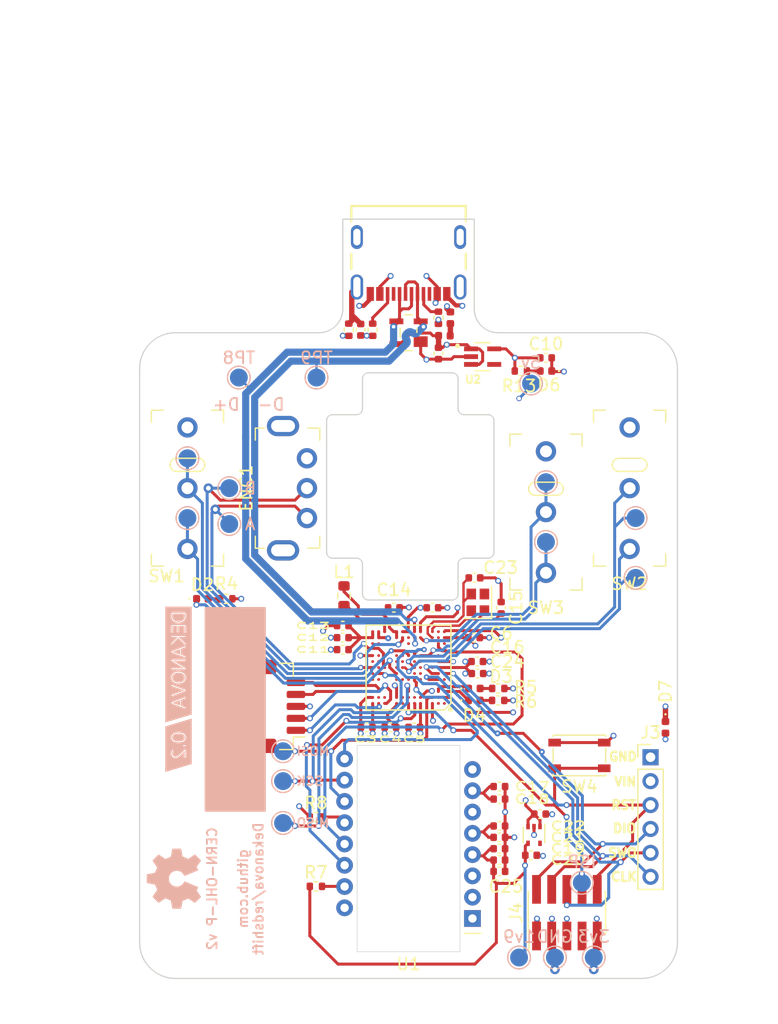
<source format=kicad_pcb>
(kicad_pcb (version 20211014) (generator pcbnew)
  (title_block (title "Redshift") (date "2021-12-22") (rev "0.2") (company "Dekanova LLC                                       https://github.com/Dekanova/redshift") (comment 3 "This source describes Open Hardware and is licensed under the CERN-OHL-Rv2") (comment 4 "Copyright (c) Dekanova LLC <dekanova_co@gmail.com>"))
  (layers (0 "F.Cu" signal) (1 "In1.Cu" signal) (2 "In2.Cu" signal) (31 "B.Cu" signal) (34 "B.Paste" user) (35 "F.Paste" user) (36 "B.SilkS" user "B.Silkscreen") (37 "F.SilkS" user "F.Silkscreen") (38 "B.Mask" user) (39 "F.Mask" user) (44 "Edge.Cuts" user))
  (net 0 "")
  (net 1 "+5V")
  (net 2 "+3V3")
  (net 3 "+1V9")
  (net 4 "/PMU")
  (net 5 "/1v2")
  (net 6 "/USB_D+")
  (net 7 "/USB_D-")
  (net 8 "/VBUS_F_")
  (net 9 "/VBUS_")
  (net 10 "/USB1_LED")
  (net 11 "/FC6_CS1")
  (net 12 "/RESET")
  (net 13 "/FC6_SCK")
  (net 17 "/FC6_MOSI")
  (net 20 "/FC6_MISO")
  (net 29 "Net-(D2-Pad2)")
  (net 31 "Net-(J1-PadB5)")
  (net 32 "Net-(J1-PadA5)")
  (net 38 "/SW1_L_NC")
  (net 39 "/SH")
  (net 40 "/SNSR_RST")
  (net 41 "/SW1_L_NO")
  (net 45 "/_1v2")
  (net 52 "GND")
  (net 54 "Net-(R7-Pad2)")
  (net 55 "/SW4_NC")
  (net 56 "/SW4_NO")
  (net 57 "/SW5_NC")
  (net 58 "/SW5_NO")
  (net 59 "/FAULT_LED")
  (net 60 "Net-(D3-Pad2)")
  (net 61 "/USER_LED")
  (net 62 "Net-(D4-Pad2)")
  (net 66 "/SW2_R_NO")
  (net 67 "/SW2_R_NC")
  (net 68 "/SW3_M_NO")
  (net 69 "/SW3_M_NC")
  (net 70 "/ENC_B")
  (net 71 "/ENC_A")
  (net 73 "/SWO")
  (net 74 "/SWCLK")
  (net 75 "/SWDIO")
  (net 76 "Net-(C21-Pad1)")
  (net 77 "/SNSR_MTN")
  (net 78 "/XTAL+")
  (net 79 "/XTAL-")
  (net 81 "/ISP")
  (net 86 "Net-(D6-Pad2)")
  (net 87 "/DBG_VIN")
  (footprint "Capacitor_SMD:C_0402_1005Metric" (layer "F.Cu") (at 145.1 110.05)
    (fp_text reference "C25")
    (fp_text value "22uF")
  )
  (footprint "Resistor_SMD:R_0402_1005Metric" (layer "F.Cu") (at 145 95.75 180)
    (fp_text reference "R6")
    (fp_text value "10k")
  )
  (footprint "Inductor_SMD:L_0402_1005Metric" (layer "F.Cu") (at 140.5 65.25 180)
    (fp_text reference "FB1" hide)
    (fp_text value "~")
  )
  (footprint "Capacitor_SMD:C_0402_1005Metric" (layer "F.Cu") (at 143.27 93.5)
    (fp_text reference "C24")
    (fp_text value "100nF")
  )
  (footprint "Capacitor_SMD:C_0402_1005Metric" (layer "F.Cu") (at 132 91.5 180)
    (fp_text reference "C11")
    (fp_text value "22uF")
  )
  (footprint "Capacitor_SMD:C_0402_1005Metric" (layer "F.Cu") (at 132 89.5 180)
    (fp_text reference "C13")
    (fp_text value "47pF")
  )
  (footprint "Capacitor_SMD:C_0402_1005Metric" (layer "F.Cu") (at 149 67.1)
    (fp_text reference "C10")
    (fp_text value "2.2uF")
  )
  (footprint "Capacitor_SMD:C_0402_1005Metric" (layer "F.Cu") (at 140 66.73 -90)
    (fp_text reference "C8" hide)
    (fp_text value "2.2uF")
  )
  (footprint "openinput:RotaryEncoder_Horizontal" (layer "F.Cu") (at 129 78 90)
    (fp_text reference "ENC1")
    (fp_text value "Rotary_Encoder")
  )
  (footprint "Capacitor_SMD:C_0402_1005Metric" (layer "F.Cu") (at 136.27 88)
    (fp_text reference "C14")
    (fp_text value "22uF")
  )
  (footprint "Capacitor_SMD:C_0402_1005Metric" (layer "F.Cu") (at 145.1 109.1)
    (fp_text reference "C20")
    (fp_text value "22uF")
  )
  (footprint "LED_SMD:LED_0402_1005Metric" (layer "F.Cu") (at 143.005 94.75)
    (fp_text reference "D3")
    (fp_text value "AMBER")
  )
  (footprint "GCT_USB:GCT_USB4105-GF-A" (layer "F.Cu") (at 137.5 57 180)
    (fp_text reference "J1" hide)
    (fp_text value "USB_C_Receptacle_USB2.0")
  )
  (footprint "Resistor_SMD:R_0603_1608Metric" (layer "F.Cu") (at 132.1 87 90)
    (fp_text reference "L1")
    (fp_text value "4u7H")
  )
  (footprint "LED_SMD:LED_0402_1005Metric" (layer "F.Cu") (at 143 95.75)
    (fp_text reference "D4")
    (fp_text value "GREEN")
  )
  (footprint "Capacitor_SMD:C_0402_1005Metric" (layer "F.Cu") (at 148.5 105.25)
    (fp_text reference "C2" hide)
    (fp_text value "100nF")
  )
  (footprint "Package_TO_SOT_SMD:SOT-553" (layer "F.Cu") (at 148 107 -90)
    (fp_text reference "U3" hide)
    (fp_text value "TCR2LE19,LM(CT")
  )
  (footprint "Capacitor_SMD:C_0402_1005Metric" (layer "F.Cu") (at 135.98 98 180)
    (fp_text reference "C4")
    (fp_text value "100nF")
  )
  (footprint "Capacitor_SMD:C_0402_1005Metric" (layer "F.Cu") (at 145.25 88 90)
    (fp_text reference "C15")
    (fp_text value "8pF")
  )
  (footprint "Resistor_SMD:R_0402_1005Metric" (layer "F.Cu") (at 122.25 87.25 180)
    (fp_text reference "R4")
    (fp_text value "10k")
  )
  (footprint "Crystal:Crystal_SMD_2016-4Pin_2.0x1.6mm" (layer "F.Cu") (at 143.3 87.55 90)
    (fp_text reference "Y1" hide)
    (fp_text value "XRCGB16M000FXN16R0 ")
  )
  (footprint "Capacitor_SMD:C_0402_1005Metric" (layer "F.Cu") (at 133.5 64.75 -90)
    (fp_text reference "C1" hide)
    (fp_text value "100nF")
  )
  (footprint "MIC5365-3.3YC5-TR:SOT65P210X110-5N" (layer "F.Cu") (at 143.7 67)
    (fp_text reference "U2")
    (fp_text value "MIC5365-3.3YC5-TR")
  )
  (footprint "Capacitor_SMD:C_0402_1005Metric" (layer "F.Cu") (at 143.02 85.5)
    (fp_text reference "C23")
    (fp_text value "8pF")
  )
  (footprint "Capacitor_SMD:C_0402_1005Metric" (layer "F.Cu") (at 142.98 90.5)
    (fp_text reference "C6")
    (fp_text value "100nF")
  )
  (footprint "Capacitor_SMD:C_0402_1005Metric" (layer "F.Cu") (at 132 90.5 180)
    (fp_text reference "C12")
    (fp_text value "100nF")
  )
  (footprint "Resistor_SMD:R_0402_1005Metric" (layer "F.Cu") (at 129.75 111.3)
    (fp_text reference "R7")
    (fp_text value "9.31+-1%")
  )
  (footprint "Button_Switch_SMD:SW_SPST_PTS810" (layer "F.Cu") (at 151.8 100.35 180)
    (fp_text reference "SW4")
    (fp_text value "PTS810")
  )
  (footprint "Capacitor_SMD:C_0402_1005Metric" (layer "F.Cu") (at 145.1 106.25)
    (fp_text reference "C22")
    (fp_text value "4.7uF")
  )
  (footprint "LED_SMD:LED_0402_1005Metric" (layer "F.Cu") (at 120.25 87.25)
    (fp_text reference "D2")
    (fp_text value "RED")
  )
  (footprint "Diode_SMD:D_0402_1005Metric" (layer "F.Cu") (at 159 98 -90)
    (fp_text reference "D7")
    (fp_text value "NSR05F40NXT5G")
  )
  (footprint "openinput:SW_Micro_Switch" (layer "F.Cu") (at 149 80 -90)
    (fp_text reference "SW3")
    (fp_text value "SW_SP")
  )
  (footprint "Capacitor_SMD:C_0402_1005Metric" (layer "F.Cu") (at 139.5 88)
    (fp_text reference "C9" hide)
    (fp_text value "100nF")
  )
  (footprint "Resistor_SMD:R_0402_1005Metric" (layer "F.Cu") (at 132.5 64.75 -90)
    (fp_text reference "R1" hide)
    (fp_text value "100k")
  )
  (footprint "Capacitor_SMD:C_0402_1005Metric" (layer "F.Cu") (at 134 98 180)
    (fp_text reference "C3")
    (fp_text value "100nF")
  )
  (footprint "Resistor_SMD:R_0402_1005Metric" (layer "F.Cu") (at 140 63.75 90)
    (fp_text reference "R2" hide)
    (fp_text value "5.1k")
  )
  (footprint "LED_SMD:LED_0402_1005Metric" (layer "F.Cu") (at 149 68.2 180)
    (fp_text reference "D6")
    (fp_text value "RED")
  )
  (footprint "Capacitor_SMD:C_0402_1005Metric" (layer "F.Cu") (at 145.1 102.95 180)
    (fp_text reference "C17")
    (fp_text value "100nF")
  )
  (footprint "Capacitor_SMD:C_0402_1005Metric" (layer "F.Cu") (at 147.75 108.7)
    (fp_text reference "C7" hide)
    (fp_text value "100nF")
  )
  (footprint "Capacitor_SMD:C_0402_1005Metric" (layer "F.Cu") (at 137.98 98 180)
    (fp_text reference "C5")
    (fp_text value "100nF")
  )
  (footprint "Capacitor_SMD:C_0402_1005Metric" (layer "F.Cu") (at 143.25 92.5)
    (fp_text reference "C16")
    (fp_text value "100nF")
  )
  (footprint "Resistor_SMD:R_0402_1005Metric" (layer "F.Cu") (at 129.75 105.5)
    (fp_text reference "R8")
    (fp_text value "10k")
  )
  (footprint "Connector_JST:JST_SH_BM05B-SRSS-TB_1x05-1MP_P1.00mm_Vertical" (layer "F.Cu") (at 126.75 96.25 90)
    (fp_text reference "J2")
    (fp_text value "Side")
  )
  (footprint "Connector_PinHeader_1.27mm:PinHeader_2x05_P1.27mm_Vertical_SMD" (layer "F.Cu") (at 150.75 113.5 90)
    (fp_text reference "J4")
    (fp_text value "Conn_ARM_JTAG_SWD_10")
  )
  (footprint "Connector_PinHeader_2.00mm:PinHeader_1x06_P2.00mm_Vertical" (layer "F.Cu") (at 157.75 100.5)
    (fp_text reference "J3")
    (fp_text value "Conn_01x06_Female")
  )
  (footprint "Capacitor_SMD:C_0402_1005Metric" (layer "F.Cu") (at 145.1 104 180)
    (fp_text reference "C18")
    (fp_text value "10uF")
  )
  (footprint "Resistor_SMD:R_0402_1005Metric" (layer "F.Cu") (at 145.01 94.75 180)
    (fp_text reference "R5")
    (fp_text value "10k")
  )
  (footprint "footprints:BF994S" (layer "F.Cu") (at 137.500343 65 90)
    (fp_text reference "D1" hide)
    (fp_text value "PRTR5V0U2X" hide)
  )
  (footprint "openinput:PXI-DIP-16" (layer "F.Cu") (at 142.85 113.985 180)
    (fp_text reference "U1")
    (fp_text value "PAW3399DM‐T4QU")
    (fp_line (start 9.65 -2.78) (end 9.65 14.48) (layer "Edge.Cuts") (width 0.05))
    (fp_line (start 1.05 14.48) (end 1.05 -2.78) (layer "Edge.Cuts") (width 0.05))
    (fp_line (start 1.05 14.48) (end 9.65 14.48) (layer "Edge.Cuts") (width 0.05))
    (fp_line (start 1.05 -2.78) (end 9.65 -2.78) (layer "Edge.Cuts") (width 0.05))
  )
  (footprint "solokeys:BGA98C50P13X13_700X700X97N" (layer "F.Cu") (at 137.5 93 180)
    (fp_text reference "IC1" hide)
    (fp_text value "LPC5526JEV98" hide)
  )
  (footprint "Capacitor_SMD:C_0402_1005Metric" (layer "F.Cu") (at 145.1 108.15)
    (fp_text reference "C19")
    (fp_text value "100nF")
  )
  (footprint "openinput:SW_Micro_Switch" (layer "F.Cu") (at 156 78 -90)
    (fp_text reference "SW2")
    (fp_text value "SW_SP")
  )
  (footprint "Fuse:Fuse_0402_1005Metric" (layer "F.Cu") (at 141 63.75 90)
    (fp_text reference "F1" hide)
    (fp_text value "500mA")
  )
  (footprint "Resistor_SMD:R_0402_1005Metric" (layer "F.Cu") (at 146.9 68.2)
    (fp_text reference "R13")
    (fp_text value "10k")
  )
  (footprint "Capacitor_SMD:C_0402_1005Metric" (layer "F.Cu") (at 145.1 107.2)
    (fp_text reference "C21")
    (fp_text value "100nF")
  )
  (footprint "openinput:SW_Micro_Switch" (layer "F.Cu") (at 119 78 -90)
    (fp_text reference "SW1")
    (fp_text value "SW_SP")
  )
  (footprint "Resistor_SMD:R_0402_1005Metric" (layer "F.Cu") (at 134.5 64.75 90)
    (fp_text reference "R3" hide)
    (fp_text value "5.1k")
  )
  (footprint "TestPoint:TestPoint_Pad_D1.5mm" (layer "B.Cu") (at 127 106 90)
    (fp_text reference "TP5" hide)
    (fp_text value "TestPoint")
  )
  (footprint "TestPoint:TestPoint_Pad_D1.5mm" (layer "B.Cu") (at 156.5 80.5 90)
    (fp_text reference "TP6" hide)
    (fp_text value "TestPoint")
  )
  (footprint "TestPoint:TestPoint_Pad_D1.5mm" (layer "B.Cu") (at 156.5 85.5 90)
    (fp_text reference "TP7" hide)
    (fp_text value "TestPoint")
  )
  (footprint "kibuzzard-61C38E31" (layer "B.Cu") (at 118.25 92.75 -90)
    (fp_text reference "kibuzzard-61C38E31" hide)
    (fp_text value "G***" hide)
  )
  (footprint "TestPoint:TestPoint_Pad_D1.5mm" (layer "B.Cu") (at 122.5 81 90)
    (fp_text reference "TP13" hide)
    (fp_text value "TestPoint")
  )
  (footprint "TestPoint:TestPoint_Pad_D1.5mm" (layer "B.Cu") (at 127 100 90)
    (fp_text reference "TP3" hide)
    (fp_text value "TestPoint")
  )
  (footprint "TestPoint:TestPoint_Pad_D1.5mm" (layer "B.Cu") (at 149 77.5 90)
    (fp_text reference "TP10" hide)
    (fp_text value "TestPoint")
  )
  (footprint "TestPoint:TestPoint_Pad_D1.5mm" (layer "B.Cu") (at 149 82.5 90)
    (fp_text reference "TP11" hide)
    (fp_text value "TestPoint")
  )
  (footprint "TestPoint:TestPoint_Pad_D1.5mm" (layer "B.Cu") (at 129.8 68.75 180)
    (fp_text reference "TP9")
    (fp_text value "TestPoint")
  )
  (footprint "TestPoint:TestPoint_Pad_D1.5mm" (layer "B.Cu") (at 119 75.5 90)
    (fp_text reference "TP2" hide)
    (fp_text value "TestPoint")
  )
  (footprint "TestPoint:TestPoint_Pad_D1.5mm" (layer "B.Cu") (at 153 117.25 90)
    (fp_text reference "TP12" hide)
    (fp_text value "TestPoint")
  )
  (footprint "TestPoint:TestPoint_Pad_D1.5mm" (layer "B.Cu") (at 152 111 180)
    (fp_text reference "TP18" hide)
    (fp_text value "TestPoint")
  )
  (footprint "TestPoint:TestPoint_Pad_D1.5mm" (layer "B.Cu") (at 147.75 69.25 180)
    (fp_text reference "TP17" hide)
    (fp_text value "TestPoint")
  )
  (footprint "kibuzzard-622431C0" (layer "B.Cu") (at 118.25 99.5 -90)
    (fp_text reference "kibuzzard-622431C0" hide)
    (fp_text value "G***" hide)
  )
  (footprint "TestPoint:TestPoint_Pad_D1.5mm" (layer "B.Cu") (at 123.3 68.75 180)
    (fp_text reference "TP8")
    (fp_text value "TestPoint")
  )
  (footprint "TestPoint:TestPoint_Pad_D1.5mm" (layer "B.Cu") (at 146.75 117.25 90)
    (fp_text reference "TP16" hide)
    (fp_text value "TestPoint")
  )
  (footprint "TestPoint:TestPoint_Pad_D1.5mm" (layer "B.Cu") (at 119 80.5 90)
    (fp_text reference "TP4" hide)
    (fp_text value "TestPoint")
  )
  (footprint "TestPoint:TestPoint_Pad_D1.5mm" (layer "B.Cu") (at 149.75 117.25 90)
    (fp_text reference "TP14" hide)
    (fp_text value "TestPoint")
  )
  (footprint "TestPoint:TestPoint_Pad_D1.5mm" (layer "B.Cu") (at 127 102.5 90)
    (fp_text reference "TP1" hide)
    (fp_text value "TestPoint")
  )
  (footprint "TestPoint:TestPoint_Pad_D1.5mm" (layer "B.Cu") (at 122.5 78 90)
    (fp_text reference "TP15" hide)
    (fp_text value "TestPoint")
  )
  (gr_poly (pts (xy 115.626106 110.343978) (xy 115.626141 110.342566) (xy 115.626246 110.341159) (xy 115.626418 110.339758) (xy 115.626656 110.338366) (xy 115.626959 110.336985) (xy 115.627323 110.335617) (xy 115.627749 110.334264) (xy 115.628234 110.332928) (xy 115.628775 110.331611) (xy 115.629373 110.330316) (xy 115.630728 110.327798) (xy 115.632284 110.32539) (xy 115.634028 110.323111) (xy 115.635947 110.320975) (xy 115.638025 110.319002) (xy 115.64025 110.317206) (xy 115.641414 110.316381) (xy 115.642608 110.315606) (xy 115.643833 110.314885) (xy 115.645085 110.314218) (xy 115.646364 110.313609) (xy 115.647667 110.313059) (xy 115.648993 110.31257) (xy 115.65034 110.312145) (xy 115.651707 110.311786) (xy 115.653091 110.311494) (xy 116.282944 110.194292) (xy 116.28574 110.193637) (xy 116.288544 110.192737) (xy 116.291339 110.191608) (xy 116.294106 110.190265) (xy 116.296827 110.188724) (xy 116.299484 110.187002) (xy 116.302059 110.185112) (xy 116.304534 110.183072) (xy 116.30689 110.180896) (xy 116.30911 110.1786) (xy 116.311174 110.1762) (xy 116.313066 110.173711) (xy 116.314766 110.17115) (xy 116.316258 110.168531) (xy 116.317521 110.16587) (xy 116.318539 110.163183) (xy 116.491376 109.741038) (xy 116.492531 109.738409) (xy 116.493495 109.735622) (xy 116.494271 109.732701) (xy 116.494861 109.729671) (xy 116.495265 109.726556) (xy 116.495486 109.723381) (xy 116.495526 109.720171) (xy 116.495385 109.71695) (xy 116.495066 109.713742) (xy 116.49457 109.710572) (xy 116.493899 109.707465) (xy 116.493055 109.704445) (xy 116.492038 109.701536) (xy 116.490852 109.698763) (xy 116.489497 109.696151) (xy 116.487976 109.693723) (xy 116.126892 109.167544) (xy 116.12612 109.166355) (xy 116.125408 109.165131) (xy 116.124756 109.163874) (xy 116.124164 109.162588) (xy 116.123631 109.161274) (xy 116.123158 109.159936) (xy 116.122387 109.157198) (xy 116.12185 109.154395) (xy 116.121545 109.151548) (xy 116.12147 109.148679) (xy 116.121622 109.14581) (xy 116.122 109.142962) (xy 116.122602 109.140157) (xy 116.123425 109.137416) (xy 116.124469 109.134762) (xy 116.12573 109.132215) (xy 116.126441 109.130989) (xy 116.127206 109.129798) (xy 116.128025 109.128644) (xy 116.128897 109.127531) (xy 116.129821 109.126462) (xy 116.130799 109.125438) (xy 116.573924 108.682312) (xy 116.574951 108.681338) (xy 116.576023 108.680416) (xy 116.577138 108.679547) (xy 116.578293 108.67873) (xy 116.579485 108.677967) (xy 116.580712 108.677257) (xy 116.58197 108.6766) (xy 116.583258 108.675998) (xy 116.584572 108.675449) (xy 116.58591 108.674955) (xy 116.588646 108.674132) (xy 116.591446 108.673529) (xy 116.594288 108.673149) (xy 116.59715 108.672995) (xy 116.600011 108.673068) (xy 116.60285 108.673371) (xy 116.604254 108.673609) (xy 116.605645 108.673906) (xy 116.607019 108.674261) (xy 116.608374 108.674674) (xy 116.609708 108.675147) (xy 116.611017 108.675679) (xy 116.6123 108.676271) (xy 116.613552 108.676922) (xy 116.614772 108.677634) (xy 116.615958 108.678405) (xy 117.133094 109.033268) (xy 117.135538 109.03478) (xy 117.138161 109.036122) (xy 117.140937 109.037292) (xy 117.143844 109.038288) (xy 117.146857 109.039109) (xy 117.149953 109.039754) (xy 117.153107 109.04022) (xy 117.156296 109.040507) (xy 117.159495 109.040613) (xy 117.162682 109.040536) (xy 117.165832 109.040276) (xy 117.168921 109.03983) (xy 117.171925 109.039197) (xy 117.174821 109.038375) (xy 117.177585 109.037364) (xy 117.180192 109.036161) (xy 117.615648 108.849434) (xy 117.616988 108.848936) (xy 117.618323 108.848375) (xy 117.620973 108.847071) (xy 117.623584 108.845542) (xy 117.626139 108.843804) (xy 117.628623 108.841877) (xy 117.63102 108.839779) (xy 117.633313 108.837528) (xy 117.635487 108.835142) (xy 117.637526 108.83264) (xy 117.639414 108.83004) (xy 117.641136 108.82736) (xy 117.642675 108.824619) (xy 117.644015 108.821834) (xy 117.645141 108.819025) (xy 117.645618 108.817617) (xy 117.646036 108.816209) (xy 117.646393 108.814804) (xy 117.646686 108.813405) (xy 117.759908 108.204533) (xy 117.760206 108.203145) (xy 117.760571 108.201776) (xy 117.761001 108.200426) (xy 117.761493 108.199098) (xy 117.762045 108.197793) (xy 117.762657 108.196513) (xy 117.763324 108.195259) (xy 117.764046 108.194034) (xy 117.764821 108.192839) (xy 117.765646 108.191675) (xy 117.766519 108.190545) (xy 117.767439 108.18945) (xy 117.768403 108.188392) (xy 117.769408 108.187373) (xy 117.770455 108.186393) (xy 117.771539 108.185456) (xy 117.772659 108.184562) (xy 117.773813 108.183713) (xy 117.774999 108.182912) (xy 117.776215 108.182159) (xy 117.777459 108.181457) (xy 117.778728 108.180807) (xy 117.780022 108.18021) (xy 117.781337 108.17967) (xy 117.782671 108.179186) (xy 117.784024 108.178761) (xy 117.785392 108.178397) (xy 117.786773 108.178096) (xy 117.788166 108.177858) (xy 117.789568 108.177687) (xy 117.790978 108.177582) (xy 117.792392 108.177547) (xy 118.419134 108.177547) (xy 118.42055 108.177582) (xy 118.421961 108.177687) (xy 118.423366 108.177859) (xy 118.424762 108.178097) (xy 118.426147 108.1784) (xy 118.427519 108.178765) (xy 118.428877 108.17919) (xy 118.430217 108.179675) (xy 118.432838 108.180814) (xy 118.435364 108.182169) (xy 118.437779 108.183725) (xy 118.440066 108.18547) (xy 118.442207 108.187388) (xy 118.444186 108.189467) (xy 118.445986 108.191692) (xy 118.446813 108.192855) (xy 118.447588 108.19405) (xy 118.44831 108.195274) (xy 118.448977 108.196526) (xy 118.449586 108.197805) (xy 118.450135 108.199108) (xy 118.450622 108.200434) (xy 118.451045 108.201782) (xy 118.451402 108.203148) (xy 118.45169 108.204533) (xy 118.562164 108.798502) (xy 118.562451 108.799897) (xy 118.562803 108.801296) (xy 118.563693 108.804098) (xy 118.564818 108.806888) (xy 118.566162 108.809649) (xy 118.567709 108.812362) (xy 118.569442 108.815008) (xy 118.571345 108.81757) (xy 118.573402 108.82003) (xy 118.575595 108.822368) (xy 118.57791 108.824567) (xy 118.580329 108.826608) (xy 118.582836 108.828473) (xy 118.585415 108.830143) (xy 118.588049 108.831602) (xy 118.590722 108.832829) (xy 118.592068 108.83335) (xy 118.593418 108.833807) (xy 119.056656 109.019232) (xy 119.059291 109.020379) (xy 119.062082 109.021336) (xy 119.065004 109.022104) (xy 119.068034 109.022684) (xy 119.071147 109.023079) (xy 119.074319 109.02329) (xy 119.077526 109.02332) (xy 119.080744 109.023169) (xy 119.083949 109.02284) (xy 119.087115 109.022334) (xy 119.09022 109.021653) (xy 119.093239 109.020799) (xy 119.096148 109.019774) (xy 119.098922 109.018579) (xy 119.101538 109.017216) (xy 119.103971 109.015687) (xy 119.595641 108.678333) (xy 119.596827 108.677564) (xy 119.598048 108.676856) (xy 119.599301 108.676207) (xy 119.600585 108.675617) (xy 119.601896 108.675087) (xy 119.603232 108.674616) (xy 119.605966 108.673849) (xy 119.608766 108.673315) (xy 119.611611 108.673012) (xy 119.614478 108.672938) (xy 119.617347 108.673091) (xy 119.620196 108.673469) (xy 119.623002 108.674069) (xy 119.625745 108.67489) (xy 119.628402 108.675931) (xy 119.630953 108.677188) (xy 119.632181 108.677897) (xy 119.633375 108.67866) (xy 119.634531 108.679475) (xy 119.635647 108.680344) (xy 119.63672 108.681266) (xy 119.637747 108.68224) (xy 120.080873 109.125438) (xy 120.081843 109.126462) (xy 120.082762 109.127531) (xy 120.083628 109.128644) (xy 120.084441 109.129798) (xy 120.085201 109.130989) (xy 120.085908 109.132215) (xy 120.086561 109.133474) (xy 120.087161 109.134762) (xy 120.087707 109.136077) (xy 120.088198 109.137416) (xy 120.089017 109.140157) (xy 120.089617 109.142962) (xy 120.089994 109.14581) (xy 120.090147 109.148679) (xy 120.090074 109.151548) (xy 120.089773 109.154395) (xy 120.089537 109.155803) (xy 120.089243 109.157198) (xy 120.08889 109.158577) (xy 120.08848 109.159936) (xy 120.088011 109.161274) (xy 120.087483 109.162588) (xy 120.086896 109.163874) (xy 120.08625 109.165131) (xy 120.085545 109.166355) (xy 120.08478 109.167544) (xy 119.753285 109.65046) (xy 119.75178 109.652888) (xy 119.75046 109.655489) (xy 119.749324 109.65824) (xy 119.748375 109.661117) (xy 119.747612 109.664095) (xy 119.747036 109.667151) (xy 119.746647 109.670262) (xy 119.746447 109.673402) (xy 119.746436 109.67655) (xy 119.746614 109.67968) (xy 119.746982 109.682768) (xy 119.747541 109.685792) (xy 119.748291 109.688727) (xy 119.749232 109.69155) (xy 119.750367 109.694236) (xy 119.751694 109.696762) (xy 119.865423 109.909751) (xy 119.866032 109.911022) (xy 119.866567 109.912303) (xy 119.867028 109.913593) (xy 119.867418 109.91489) (xy 119.867736 109.916191) (xy 119.867983 109.917495) (xy 119.868161 109.918798) (xy 119.86827 109.920098) (xy 119.868312 109.921394) (xy 119.868286 109.922684) (xy 119.868193 109.923964) (xy 119.868036 109.925232) (xy 119.867814 109.926487) (xy 119.867528 109.927727) (xy 119.86718 109.928948) (xy 119.866769 109.930149) (xy 119.866297 109.931327) (xy 119.865766 109.93248) (xy 119.865174 109.933607) (xy 119.864525 109.934704) (xy 119.863817 109.935769) (xy 119.863053 109.936801) (xy 119.862233 109.937797) (xy 119.861357 109.938754) (xy 119.860428 109.939671) (xy 119.859445 109.940546) (xy 119.858409 109.941375) (xy 119.857322 109.942157) (xy 119.856184 109.942889) (xy 119.854996 109.94357) (xy 119.853759 109.944197) (xy 119.852474 109.944767) (xy 118.79136 110.383986) (xy 118.79004 110.384497) (xy 118.788699 110.384941) (xy 118.787341 110.385317) (xy 118.785967 110.385628) (xy 118.784581 110.385874) (xy 118.783185 110.386055) (xy 118.780372 110.386229) (xy 118.777549 110.386156) (xy 118.774736 110.385843) (xy 118.771954 110.385297) (xy 118.769222 110.384526) (xy 118.766562 110.383535) (xy 118.763993 110.382332) (xy 118.761537 110.380923) (xy 118.759212 110.379315) (xy 118.75704 110.377516) (xy 118.756017 110.376547) (xy 118.75504 110.375532) (xy 118.754112 110.374473) (xy 118.753234 110.37337) (xy 118.75241 110.372224) (xy 118.751641 110.371036) (xy 118.719013 110.317789) (xy 118.716569 110.313941) (xy 118.713779 110.309838) (xy 118.710704 110.305555) (xy 118.707405 110.301168) (xy 118.703942 110.296751) (xy 118.700377 110.292379) (xy 118.696771 110.288129) (xy 118.693185 110.284075) (xy 118.669033 110.248794) (xy 118.64281 110.215121) (xy 118.614609 110.183147) (xy 118.58452 110.152966) (xy 118.552635 110.124669) (xy 118.519045 110.098349) (xy 118.48384 110.074098) (xy 118.447113 110.052008) (xy 118.408954 110.032171) (xy 118.389366 110.023126) (xy 118.369455 110.01468) (xy 118.349231 110.006843) (xy 118.328706 109.999626) (xy 118.307892 109.993043) (xy 118.286799 109.987103) (xy 118.26544 109.981819) (xy 118.243826 109.977202) (xy 118.221968 109.973264) (xy 118.199877 109.970016) (xy 118.177565 109.96747) (xy 118.155043 109.965637) (xy 118.132324 109.964528) (xy 118.109417 109.964156) (xy 118.073749 109.965058) (xy 118.038549 109.967736) (xy 118.003861 109.972144) (xy 117.969728 109.978241) (xy 117.936194 109.985982) (xy 117.903302 109.995324) (xy 117.871095 110.006224) (xy 117.839619 110.018636) (xy 117.808915 110.032519) (xy 117.779027 110.047829) (xy 117.75 110.064521) (xy 117.721876 110.082552) (xy 117.6947 110.10188) (xy 117.668514 110.122459) (xy 117.643363 110.144247) (xy 117.61929 110.1672) (xy 117.596338 110.191274) (xy 117.574551 110.216426) (xy 117.553973 110.242612) (xy 117.534646 110.269789) (xy 117.516616 110.297913) (xy 117.499925 110.32694) (xy 117.484617 110.356827) (xy 117.470735 110.38753) (xy 117.458323 110.419006) (xy 117.447425 110.451212) (xy 117.438084 110.484102) (xy 117.430344 110.517635) (xy 117.424247 110.551766) (xy 117.419839 110.586452) (xy 117.417162 110.621648) (xy 117.41626 110.657313) (xy 117.417162 110.692977) (xy 117.419839 110.728173) (xy 117.424247 110.762856) (xy 117.430344 110.796985) (xy 117.438084 110.830514) (xy 117.447425 110.863401) (xy 117.458323 110.895602) (xy 117.470735 110.927073) (xy 117.484617 110.957771) (xy 117.499925 110.987653) (xy 117.516616 111.016674) (xy 117.534646 111.044791) (xy 117.553973 111.071962) (xy 117.574551 111.098141) (xy 117.596338 111.123287) (xy 117.61929 111.147354) (xy 117.643363 111.1703) (xy 117.668514 111.192081) (xy 117.6947 111.212654) (xy 117.721876 111.231975) (xy 117.75 111.25) (xy 117.779027 111.266686) (xy 117.808915 111.28199) (xy 117.839619 111.295868) (xy 117.871095 111.308275) (xy 117.903302 111.31917) (xy 117.936194 111.328508) (xy 117.969728 111.336246) (xy 118.003861 111.34234) (xy 118.038549 111.346747) (xy 118.073749 111.349423) (xy 118.109417 111.350325) (xy 118.155043 111.348846) (xy 118.199877 111.34447) (xy 118.243826 111.337289) (xy 118.286799 111.327395) (xy 118.328706 111.314879) (xy 118.369455 111.299834) (xy 118.408954 111.282352) (xy 118.447113 111.262524) (xy 118.48384 111.240442) (xy 118.519045 111.216198) (xy 118.552635 111.189884) (xy 118.58452 111.161592) (xy 118.614609 111.131413) (xy 118.64281 111.09944) (xy 118.669033 111.065765) (xy 118.693185 111.030479) (xy 118.696771 111.026447) (xy 118.700377 111.022211) (xy 118.703942 111.017849) (xy 118.707405 111.013436) (xy 118.710704 111.009051) (xy 118.713779 111.004772) (xy 118.716569 111.000675) (xy 118.719013 110.996838) (xy 118.751641 110.943518) (xy 118.75241 110.942337) (xy 118.753234 110.941198) (xy 118.754112 110.940101) (xy 118.75504 110.939048) (xy 118.756017 110.938039) (xy 118.75704 110.937075) (xy 118.758105 110.936157) (xy 118.759212 110.935286) (xy 118.760356 110.934463) (xy 118.761537 110.933688) (xy 118.76275 110.932962) (xy 118.763993 110.932287) (xy 118.765265 110.931663) (xy 118.766562 110.931091) (xy 118.767882 110.930571) (xy 118.769222 110.930106) (xy 118.77058 110.929694) (xy 118.771954 110.929338) (xy 118.77334 110.929038) (xy 118.774736 110.928796) (xy 118.77614 110.928611) (xy 118.777549 110.928485) (xy 118.77896 110.928418) (xy 118.780372 110.928412) (xy 118.781781 110.928467) (xy 118.783185 110.928584) (xy 118.784581 110.928764) (xy 118.785967 110.929008) (xy 118.787341 110.929317) (xy 118.788699 110.929691) (xy 118.79004 110.930132) (xy 118.79136 110.93064) (xy 119.852546 111.369786) (xy 119.853831 111.370357) (xy 119.855067 111.370983) (xy 119.856253 111.371664) (xy 119.85739 111.372396) (xy 119.858474 111.373177) (xy 119.859507 111.374005) (xy 119.860487 111.374878) (xy 119.861413 111.375794) (xy 119.862285 111.37675) (xy 119.863101 111.377745) (xy 119.863861 111.378776) (xy 119.864564 111.37984) (xy 119.86521 111.380936) (xy 119.865796 111.382061) (xy 119.866324 111.383214) (xy 119.866791 111.384391) (xy 119.867198 111.385591) (xy 119.867542 111.386812) (xy 119.867824 111.38805) (xy 119.868043 111.389305) (xy 119.868197 111.390573) (xy 119.868286 111.391854) (xy 119.868309 111.393143) (xy 119.868266 111.39444) (xy 119.868155 111.395741) (xy 119.867976 111.397045) (xy 119.867728 111.39835) (xy 119.86741 111.399653) (xy 119.867022 111.400952) (xy 119.866562 111.402244) (xy 119.866029 111.403528) (xy 119.865423 111.404802) (xy 119.751694 111.617792) (xy 119.750366 111.620324) (xy 119.749231 111.623015) (xy 119.748288 111.62584) (xy 119.747536 111.628777) (xy 119.746975 111.631802) (xy 119.746604 111.63489) (xy 119.746424 111.638019) (xy 119.746433 111.641165) (xy 119.746632 111.644304) (xy 119.747019 111.647412) (xy 119.747595 111.650466) (xy 119.748359 111.653442) (xy 119.74931 111.656316) (xy 119.750449 111.659066) (xy 119.751774 111.661666) (xy 119.753285 111.664094) (xy 120.08478 112.147083) (xy 120.085545 112.148268) (xy 120.08625 112.149489) (xy 120.086896 112.150743) (xy 120.087483 112.152026) (xy 120.088011 112.153337) (xy 120.08848 112.154672) (xy 120.089243 112.157406) (xy 120.089773 112.160205) (xy 120.090074 112.163049) (xy 120.090147 112.165914) (xy 120.089994 112.16878) (xy 120.089617 112.171625) (xy 120.089017 112.174426) (xy 120.088198 112.177163) (xy 120.087161 112.179814) (xy 120.085908 112.182356) (xy 120.085201 112.18358) (xy 120.084441 112.184768) (xy 120.083628 112.185919) (xy 120.082762 112.187029) (xy 120.081843 112.188096) (xy 120.080873 112.189116) (xy 119.637747 112.632386) (xy 119.63672 112.633364) (xy 119.635647 112.634288) (xy 119.634531 112.635158) (xy 119.633375 112.635976) (xy 119.632181 112.636739) (xy 119.630953 112.637449) (xy 119.629692 112.638104) (xy 119.628402 112.638705) (xy 119.627086 112.639251) (xy 119.625745 112.639743) (xy 119.623002 112.64056) (xy 119.620196 112.641155) (xy 119.617347 112.641527) (xy 119.614478 112.641672) (xy 119.611611 112.64159) (xy 119.608766 112.641279) (xy 119.607359 112.641037) (xy 119.605966 112.640737) (xy 119.604589 112.640378) (xy 119.603232 112.639961) (xy 119.601896 112.639486) (xy 119.600585 112.638951) (xy 119.599301 112.638358) (xy 119.598048 112.637705) (xy 119.596827 112.636993) (xy 119.595641 112.63622) (xy 119.103971 112.298794) (xy 119.101538 112.297278) (xy 119.098922 112.295927) (xy 119.096148 112.294742) (xy 119.093239 112.293725) (xy 119.09022 112.292878) (xy 119.087115 112.292203) (xy 119.083949 112.291702) (xy 119.080744 112.291377) (xy 119.077526 112.291229) (xy 119.074319 112.29126) (xy 119.071147 112.291473) (xy 119.068034 112.291869) (xy 119.065004 112.29245) (xy 119.062082 112.293218) (xy 119.059291 112.294174) (xy 119.056656 112.295322) (xy 118.593491 112.480747) (xy 118.592141 112.481207) (xy 118.590795 112.48173) (xy 118.588121 112.482958) (xy 118.585487 112.484414) (xy 118.582908 112.48608) (xy 118.580401 112.487938) (xy 118.577982 112.489971) (xy 118.575668 112.49216) (xy 118.573474 112.494488) (xy 118.571418 112.496937) (xy 118.569515 112.499489) (xy 118.567781 112.502127) (xy 118.566235 112.504833) (xy 118.56489 112.507589) (xy 118.563765 112.510377) (xy 118.56329 112.511778) (xy 118.562875 112.51318) (xy 118.562523 112.514581) (xy 118.562237 112.51598) (xy 118.45169 113.109949) (xy 118.451402 113.11133) (xy 118.451046 113.112694) (xy 118.450624 113.11404) (xy 118.450138 113.115365) (xy 118.449591 113.116669) (xy 118.448984 113.117948) (xy 118.448319 113.119201) (xy 118.447599 113.120427) (xy 118.446826 113.121624) (xy 118.446002 113.12279) (xy 118.445129 113.123923) (xy 118.444209 113.125021) (xy 118.443244 113.126083) (xy 118.442237 113.127107) (xy 118.441189 113.128092) (xy 118.440102 113.129034) (xy 118.438979 113.129933) (xy 118.437822 113.130787) (xy 118.436633 113.131594) (xy 118.435413 113.132352) (xy 118.434166 113.13306) (xy 118.432893 113.133715) (xy 118.431596 113.134317) (xy 118.430278 113.134863) (xy 118.42894 113.135351) (xy 118.427585 113.135779) (xy 118.426214 113.136147) (xy 118.424831 113.136452) (xy 118.423436 113.136692) (xy 118.422032 113.136866) (xy 118.420622 113.136971) (xy 118.419207 113.137007) (xy 117.792465 113.137079) (xy 117.791046 113.137047) (xy 117.789633 113.136946) (xy 117.788228 113.136776) (xy 117.786831 113.136541) (xy 117.785447 113.136241) (xy 117.784076 113.135879) (xy 117.78272 113.135455) (xy 117.781382 113.134973) (xy 117.780064 113.134433) (xy 117.778767 113.133838) (xy 117.776248 113.132487) (xy 117.77384 113.130934) (xy 117.771561 113.129193) (xy 117.769426 113.127278) (xy 117.767452 113.125202) (xy 117.765655 113.122981) (xy 117.764052 113.120627) (xy 117.763329 113.119405) (xy 117.76266 113.118155) (xy 117.762048 113.116879) (xy 117.761494 113.115578) (xy 117.761001 113.114255) (xy 117.760572 113.11291) (xy 117.760206 113.111547) (xy 117.759908 113.110166) (xy 117.646686 112.501221) (xy 117.646036 112.498429) (xy 117.645141 112.495621) (xy 117.644015 112.492816) (xy 117.642675 112.490032) (xy 117.641136 112.487289) (xy 117.639414 112.484605) (xy 117.637526 112.481999) (xy 117.635487 112.479489) (xy 117.633313 112.477094) (xy 117.63102 112.474833) (xy 117.628623 112.472725) (xy 117.626139 112.470787) (xy 117.623584 112.469039) (xy 117.620973 112.467499) (xy 117.618323 112.466187) (xy 117.615648 112.46512) (xy 117.180192 112.278465) (xy 117.177585 112.277256) (xy 117.174821 112.27624) (xy 117.171925 112.275416) (xy 117.168921 112.274782) (xy 117.165832 112.274336) (xy 117.162682 112.274077) (xy 117.159495 112.274003) (xy 117.156296 112.274114) (xy 117.153107 112.274406) (xy 117.149953 112.274879) (xy 117.146857 112.275532) (xy 117.143844 112.276362) (xy 117.140937 112.277369) (xy 117.138161 112.27855) (xy 117.135538 112.279905) (xy 117.133094 112.281431) (xy 116.615958 112.63622) (xy 116.614772 112.636986) (xy 116.613552 112.637693) (xy 116.6123 112.638341) (xy 116.611017 112.63893) (xy 116.609708 112.639461) (xy 116.608374 112.639934) (xy 116.605645 112.640706) (xy 116.60285 112.641246) (xy 116.600011 112.641558) (xy 116.59715 112.641642) (xy 116.594288 112.641499) (xy 116.591446 112.641131) (xy 116.588646 112.640541) (xy 116.58591 112.639728) (xy 116.583258 112.638695) (xy 116.580712 112.637442) (xy 116.579485 112.636735) (xy 116.578293 112.635973) (xy 116.577138 112.635157) (xy 116.576023 112.634287) (xy 116.574951 112.633363) (xy 116.573924 112.632386) (xy 116.130799 112.189188) (xy 116.129821 112.188161) (xy 116.128897 112.187089) (xy 116.128025 112.185974) (xy 116.127206 112.184819) (xy 116.126441 112.183627) (xy 116.12573 112.182401) (xy 116.125072 112.181142) (xy 116.124469 112.179855) (xy 116.12392 112.178541) (xy 116.123425 112.177203) (xy 116.122602 112.174466) (xy 116.122 112.171666) (xy 116.121622 112.168825) (xy 116.12147 112.165963) (xy 116.121545 112.163102) (xy 116.12185 112.160263) (xy 116.122089 112.158859) (xy 116.122387 112.157468) (xy 116.122743 112.156094) (xy 116.123158 112.154739) (xy 116.123631 112.153405) (xy 116.124164 112.152096) (xy 116.124756 112.150813) (xy 116.125408 112.149561) (xy 116.12612 112.14834) (xy 116.126892 112.147155) (xy 116.487976 111.620975) (xy 116.489497 111.618541) (xy 116.490852 111.615923) (xy 116.492038 111.613146) (xy 116.493055 111.610233) (xy 116.493899 111.607209) (xy 116.49457 111.6041) (xy 116.495066 111.600929) (xy 116.495385 111.597721) (xy 116.495526 111.5945) (xy 116.495486 111.591291) (xy 116.495265 111.588118) (xy 116.494861 111.585007) (xy 116.494271 111.581981) (xy 116.493495 111.579065) (xy 116.492531 111.576283) (xy 116.491376 111.57366) (xy 116.318539 111.151515) (xy 116.318062 111.150173) (xy 116.317521 111.148835) (xy 116.316919 111.147502) (xy 116.316258 111.146178) (xy 116.314766 111.143562) (xy 116.313066 111.141003) (xy 116.311174 111.138515) (xy 116.30911 111.136115) (xy 116.30689 111.133818) (xy 116.304534 111.131641) (xy 116.302059 111.129598) (xy 116.299484 111.127707) (xy 116.296827 111.125982) (xy 116.294106 111.124439) (xy 116.291339 111.123094) (xy 116.288544 111.121963) (xy 116.28574 111.121062) (xy 116.28434 111.120702) (xy 116.282944 111.120406) (xy 115.653091 111.003204) (xy 115.651707 111.002913) (xy 115.65034 111.002554) (xy 115.648993 111.002129) (xy 115.647667 111.001641) (xy 115.646364 111.001092) (xy 115.645085 111.000483) (xy 115.643833 110.999818) (xy 115.642608 110.999097) (xy 115.641414 110.998324) (xy 115.64025 110.997499) (xy 115.63912 110.996626) (xy 115.638025 110.995706) (xy 115.636967 110.994742) (xy 115.635947 110.993735) (xy 115.634967 110.992687) (xy 115.634028 110.991602) (xy 115.633134 110.99048) (xy 115.632284 110.989324) (xy 115.631482 110.988135) (xy 115.630728 110.986917) (xy 115.630024 110.985671) (xy 115.629373 110.984399) (xy 115.628775 110.983104) (xy 115.628234 110.981786) (xy 115.627749 110.98045) (xy 115.627323 110.979095) (xy 115.626959 110.977726) (xy 115.626656 110.976343) (xy 115.626418 110.974949) (xy 115.626246 110.973546) (xy 115.626141 110.972135) (xy 115.626106 110.97072) (xy 115.626106 110.343978)) (layer "B.SilkS") (width 0.069999) (fill solid))
  (gr_rect (start 125.5 105) (end 120.5 88) (layer "B.SilkS") (width 0.12) (fill solid))
  (gr_arc (start 133.646447 71.353552) (mid 133.5 71.707105) (end 133.146447 71.853552) (layer "Edge.Cuts") (width 0.1))
  (gr_line (start 144.646446 83.353553) (end 144.646446 72.353553) (layer "Edge.Cuts") (width 0.1))
  (gr_line (start 142.146447 83.853554) (end 144.146447 83.853552) (layer "Edge.Cuts") (width 0.1))
  (gr_arc (start 134.146447 87.353552) (mid 133.792894 87.207106) (end 133.646448 86.853553) (layer "Edge.Cuts") (width 0.1))
  (gr_arc (start 141.146447 68.353555) (mid 141.499999 68.500001) (end 141.646445 68.853553) (layer "Edge.Cuts") (width 0.1))
  (gr_line (start 132 55.5) (end 143 55.5) (layer "Edge.Cuts") (width 0.1))
  (gr_arc (start 141.646446 86.853553) (mid 141.5 87.207106) (end 141.146447 87.353552) (layer "Edge.Cuts") (width 0.1))
  (gr_arc (start 144.146447 71.853554) (mid 144.5 72) (end 144.646446 72.353553) (layer "Edge.Cuts") (width 0.1))
  (gr_arc (start 160 116) (mid 159.12132 118.12132) (end 157 119) (layer "Edge.Cuts") (width 0.1))
  (gr_line (start 160 68) (end 160 116) (layer "Edge.Cuts") (width 0.1))
  (gr_arc (start 130.646448 72.353553) (mid 130.792894 72) (end 131.146447 71.853554) (layer "Edge.Cuts") (width 0.1))
  (gr_arc (start 131.146447 83.853552) (mid 130.792894 83.707106) (end 130.646448 83.353553) (layer "Edge.Cuts") (width 0.1))
  (gr_arc (start 133.646448 68.853553) (mid 133.792894 68.5) (end 134.146447 68.353554) (layer "Edge.Cuts") (width 0.1))
  (gr_line (start 132 55.5) (end 132 63) (layer "Edge.Cuts") (width 0.1))
  (gr_line (start 141.646445 68.853553) (end 141.646448 71.353553) (layer "Edge.Cuts") (width 0.1))
  (gr_arc (start 142.146448 71.853551) (mid 141.792895 71.707105) (end 141.646448 71.353553) (layer "Edge.Cuts") (width 0.1))
  (gr_line (start 142.146447 71.853552) (end 144.146447 71.853554) (layer "Edge.Cuts") (width 0.1))
  (gr_arc (start 145 65) (mid 143.585786 64.414214) (end 143 63) (layer "Edge.Cuts") (width 0.1))
  (gr_arc (start 133.146447 83.853554) (mid 133.5 84) (end 133.646446 84.353553) (layer "Edge.Cuts") (width 0.1))
  (gr_line (start 145 65) (end 157 65) (layer "Edge.Cuts") (width 0.1))
  (gr_arc (start 157 65) (mid 159.12132 65.87868) (end 160 68) (layer "Edge.Cuts") (width 0.1))
  (gr_arc (start 144.646446 83.353553) (mid 144.5 83.707106) (end 144.146447 83.853552) (layer "Edge.Cuts") (width 0.1))
  (gr_line (start 141.146447 68.353554) (end 134.146447 68.353554) (layer "Edge.Cuts") (width 0.1))
  (gr_line (start 141.646448 84.353553) (end 141.646446 86.853553) (layer "Edge.Cuts") (width 0.1))
  (gr_line (start 118 119) (end 157 119) (layer "Edge.Cuts") (width 0.1))
  (gr_arc (start 141.646448 84.353553) (mid 141.792894 84) (end 142.146447 83.853554) (layer "Edge.Cuts") (width 0.1))
  (gr_arc (start 115 68) (mid 115.87868 65.87868) (end 118 65) (layer "Edge.Cuts") (width 0.1))
  (gr_line (start 133.146447 71.853552) (end 131.146447 71.853554) (layer "Edge.Cuts") (width 0.1))
  (gr_line (start 133.646446 71.353553) (end 133.646449 68.853553) (layer "Edge.Cuts") (width 0.1))
  (gr_line (start 133.146447 83.853554) (end 131.146447 83.853552) (layer "Edge.Cuts") (width 0.1))
  (gr_line (start 133.646448 86.853553) (end 133.646446 84.353553) (layer "Edge.Cuts") (width 0.1))
  (gr_line (start 134.146447 87.353552) (end 141.146447 87.353552) (layer "Edge.Cuts") (width 0.1))
  (gr_line (start 115 116) (end 115 68) (layer "Edge.Cuts") (width 0.1))
  (gr_line (start 143 63) (end 143 55.5) (layer "Edge.Cuts") (width 0.1))
  (gr_arc (start 132 63) (mid 131.414214 64.414214) (end 130 65) (layer "Edge.Cuts") (width 0.1))
  (gr_arc (start 118 119) (mid 115.87868 118.12132) (end 115 116) (layer "Edge.Cuts") (width 0.1))
  (gr_line (start 130.646448 83.353553) (end 130.646448 72.353553) (layer "Edge.Cuts") (width 0.1))
  (gr_line (start 118 65) (end 130 65) (layer "Edge.Cuts") (width 0.1))
  (gr_text "B" (at 124.25 78) (layer "B.SilkS") (effects (font (size 1 1)) (justify mirror)))
  (gr_text "3v3" (at 153 115.5) (layer "B.SilkS") (effects (font (size 1 1)) (justify mirror)))
  (gr_text "MISO\n" (at 129.5 106) (layer "B.SilkS") (effects (font (size 0.75 0.75)) (justify mirror)))
  (gr_text "5v" (at 147.75 67.5) (layer "B.SilkS") (effects (font (size 1 1)) (justify mirror)))
  (gr_text "A" (at 124.25 81) (layer "B.SilkS") (effects (font (size 1 1)) (justify mirror)))
  (gr_text "SCK" (at 129.25 102.5) (layer "B.SilkS") (effects (font (size 0.75 0.75)) (justify mirror)))
  (gr_text "1v9" (at 146.75 115.5) (layer "B.SilkS") (effects (font (size 1 1)) (justify mirror)))
  (gr_text "ISP" (at 152 109.25) (layer "B.SilkS") (effects (font (size 1 1)) (justify mirror)))
  (gr_text "GND" (at 149.75 115.5) (layer "B.SilkS") (effects (font (size 1 1)) (justify mirror)))
  (gr_text "D+" (at 122.25 71) (layer "B.SilkS") (effects (font (size 1 1)) (justify mirror)))
  (gr_text "D-" (at 126 71) (layer "B.SilkS") (effects (font (size 1 1)) (justify mirror)))
  (gr_text "MOSI" (at 129.5 100) (layer "B.SilkS") (effects (font (size 0.75 0.75) (thickness 0.125)) (justify mirror)))
  (gr_text "CERN-OHL-P v2\n\ngithub.com\nDekanova/redshift" (at 123 111.5 -270) (layer "B.SilkS") (effects (font (size 0.8 0.8)) (justify mirror)))
  (gr_text "CLK\n" (at 156.7 110.5) (layer "F.SilkS") (effects (font (size 0.75 0.75) (thickness 0.1875)) (justify right)))
  (gr_text "DIO" (at 156.65 106.45) (layer "F.SilkS") (effects (font (size 0.75 0.75) (thickness 0.1875)) (justify right)))
  (gr_text "VIN" (at 156.65 102.55) (layer "F.SilkS") (effects (font (size 0.75 0.75) (thickness 0.1875)) (justify right)))
  (gr_text "GND" (at 156.7 100.45) (layer "F.SilkS") (effects (font (size 0.75 0.75) (thickness 0.1875)) (justify right)))
  (gr_text "SWO" (at 156.7 108.5) (layer "F.SilkS") (effects (font (size 0.75 0.75) (thickness 0.1875)) (justify right)))
  (gr_text "RST\n" (at 156.65 104.5) (layer "F.SilkS") (effects (font (size 0.75 0.75) (thickness 0.1875)) (justify right)))
  (segment (start 142.38 66) (end 142.73 66.35) (width 0.25) (layer "F.Cu") (net 1))
  (segment (start 148.02 105.27) (end 148.5 105.75) (width 0.25) (layer "F.Cu") (net 1))
  (segment (start 143.414022 67.65) (end 142.73 67.65) (width 0.25) (layer "F.Cu") (net 1))
  (segment (start 148.02 105.25) (end 148 105.25) (width 0.25) (layer "F.Cu") (net 1))
  (segment (start 147.3 104.53) (end 148.02 105.25) (width 0.25) (layer "F.Cu") (net 1))
  (segment (start 140.015 65.25) (end 140.015 66.235) (width 0.45) (layer "F.Cu") (net 1))
  (segment (start 139.547265 65.25) (end 139.325054 65.027789) (width 0.25) (layer "F.Cu") (net 1))
  (segment (start 136.799999 65.950001) (end 136.434343 65.950001) (width 0.25) (layer "F.Cu") (net 1))
  (segment (start 143.414022 66.35) (end 143.7 66.635978) (width 0.25) (layer "F.Cu") (net 1))
  (segment (start 143.7 66.635978) (end 143.7 67.364022) (width 0.25) (layer "F.Cu") (net 1))
  (segment (start 148 105.25) (end 147.5 105.75) (width 0.25) (layer "F.Cu") (net 1))
  (segment (start 139.325054 65.027789) (end 137.722211 65.027789) (width 0.25) (layer "F.Cu") (net 1))
  (segment (start 140.015 66.235) (end 140 66.25) (width 0.45) (layer "F.Cu") (net 1))
  (segment (start 148.02 105.25) (end 148.02 105.27) (width 0.25) (layer "F.Cu") (net 1))
  (segment (start 147.3 104.1) (end 147.3 104.53) (width 0.25) (layer "F.Cu") (net 1))
  (segment (start 137.722211 65.027789) (end 136.799999 65.950001) (width 0.25) (layer "F.Cu") (net 1))
  (segment (start 143.7 67.364022) (end 143.414022 67.65) (width 0.25) (layer "F.Cu") (net 1))
  (segment (start 147.5 105.75) (end 147.5 106.3) (width 0.25) (layer "F.Cu") (net 1))
  (segment (start 148.5 105.75) (end 148.5 106.3) (width 0.25) (layer "F.Cu") (net 1))
  (segment (start 140.604236 66) (end 140.7 66) (width 0.25) (layer "F.Cu") (net 1))
  (segment (start 140.7 66) (end 142.38 66) (width 0.25) (layer "F.Cu") (net 1))
  (segment (start 140.015 65.25) (end 139.547265 65.25) (width 0.25) (layer "F.Cu") (net 1))
  (segment (start 140.354236 66.25) (end 140.604236 66) (width 0.25) (layer "F.Cu") (net 1))
  (segment (start 142.73 66.35) (end 143.414022 66.35) (width 0.25) (layer "F.Cu") (net 1))
  (via (at 146.75 70.5) (size 0.45) (drill 0.3) (layers "F.Cu" "B.Cu") (net 1))
  (via (at 140.7 66) (size 0.5) (drill 0.3) (layers "F.Cu" "B.Cu") (net 1))
  (via (at 147.3 104.1) (size 0.5) (drill 0.3) (layers "F.Cu" "B.Cu") (net 1))
  (segment (start 147.75 69.5) (end 147.75 69.25) (width 0.25) (layer "B.Cu") (net 1))
  (segment (start 146.75 70.5) (end 147.75 69.5) (width 0.25) (layer "B.Cu") (net 1))
  (segment (start 138.5 97.98) (end 138.52 98) (width 0.25) (layer "F.Cu") (net 2))
  (segment (start 136.46 98) (end 135.75 97.29) (width 0.25) (layer "F.Cu") (net 2))
  (segment (start 142.52 93.25) (end 142.27 93) (width 0.25) (layer "F.Cu") (net 2))
  (segment (start 142.25 93.5) (end 142.52 93.5) (width 0.25) (layer "F.Cu") (net 2))
  (segment (start 138.5 98.04) (end 138.46 98) (width 0.25) (layer "F.Cu") (net 2))
  (segment (start 139.02 88) (end 138.5 88) (width 0.25) (layer "F.Cu") (net 2))
  (segment (start 144.25 104) (end 143.75 103.5) (width 0.25) (layer "F.Cu") (net 2))
  (segment (start 146.25 95.75) (end 145.51 95.75) (width 0.25) (layer "F.Cu") (net 2))
  (segment (start 129.24 105.49) (end 128.35 104.6) (width 0.25) (layer "F.Cu") (net 2))
  (segment (start 148.52 67.1) (end 146.4 67.1) (width 0.25) (layer "F.Cu") (net 2))
  (segment (start 136.5 98.5) (end 136.5 98.04) (width 0.25) (layer "F.Cu") (net 2))
  (segment (start 130.8 89.5) (end 131.52 89.5) (width 0.25) (layer "F.Cu") (net 2))
  (segment (start 138.46 98) (end 138.5 97.96) (width 0.25) (layer "F.Cu") (net 2))
  (segment (start 123.5 87.25) (end 122.76 87.25) (width 0.25) (layer "F.Cu") (net 2))
  (segment (start 131 91.5) (end 131.52 91.5) (width 0.25) (layer "F.Cu") (net 2))
  (segment (start 143.1 91.1755) (end 143.1 91.1) (width 0.25) (layer "F.Cu") (net 2))
  (segment (start 136.5 98.04) (end 136.46 98) (width 0.25) (layer "F.Cu") (net 2))
  (segment (start 138.5 98.5) (end 138.5 98.04) (width 0.25) (layer "F.Cu") (net 2))
  (segment (start 142.77 92.5) (end 142.27 93) (width 0.25) (layer "F.Cu") (net 2))
  (segment (start 137 90) (end 137.5 90) (width 0.25) (layer "F.Cu") (net 2))
  (segment (start 144.67 66.35) (end 145.65 66.35) (width 0.25) (layer "F.Cu") (net 2))
  (segment (start 142.27 93) (end 140 93) (width 0.25) (layer "F.Cu") (net 2))
  (segment (start 146.4 67.1) (end 146.4 68.19) (width 0.25) (layer "F.Cu") (net 2))
  (segment (start 143.045 103.5) (end 142.85 103.305) (width 0.25) (layer "F.Cu") (net 2))
  (segment (start 144.62 104) (end 144.25 104) (width 0.25) (layer "F.Cu") (net 2))
  (segment (start 142.52 93.5) (end 142.52 93.25) (width 0.25) (layer "F.Cu") (net 2))
  (segment (start 135.75 96.908285) (end 136.5 96.158285) (width 0.25) (layer "F.Cu") (net 2))
  (segment (start 145.65 66.35) (end 146.4 67.1) (width 0.25) (layer "F.Cu") (net 2))
  (segment (start 139.549011 97.450989) (end 139.5 97.401978) (width 0.25) (layer "F.Cu") (net 2))
  (segment (start 134.5 97.98) (end 134.52 98) (width 0.25) (layer "F.Cu") (net 2))
  (segment (start 136.5 96.158285) (end 136.5 96) (width 0.25) (layer "F.Cu") (net 2))
  (segment (start 139.5 97.401978) (end 139.5 96) (width 0.25) (layer "F.Cu") (net 2))
  (segment (start 146.4 68.19) (end 146.39 68.2) (width 0.25) (layer "F.Cu") (net 2))
  (segment (start 144.62 102.95) (end 144.3 102.95) (width 0.25) (layer "F.Cu") (net 2))
  (segment (start 134.5 98.5) (end 134.5 98.02) (width 0.25) (layer "F.Cu") (net 2))
  (segment (start 138.5 97.96) (end 138.5 96) (width 0.25) (layer "F.Cu") (net 2))
  (segment (start 134.5 96) (end 134.5 97.98) (width 0.25) (layer "F.Cu") (net 2))
  (segment (start 135.75 97.29) (end 135.75 96.908285) (width 0.25) (layer "F.Cu") (net 2))
  (segment (start 144.3 102.95) (end 143.75 103.5) (width 0.25) (layer "F.Cu") (net 2))
  (segment (start 129.24 105.5) (end 129.24 105.49) (width 0.25) (layer "F.Cu") (net 2))
  (segment (start 134.5 98.02) (end 134.48 98) (width 0.25) (layer "F.Cu") (net 2))
  (segment (start 136.5 97.98) (end 136.52 98) (width 0.25) (layer "F.Cu") (net 2))
  (segment (start 146.25 94.75) (end 145.52 94.75) (width 0.25) (layer "F.Cu") (net 2))
  (segment (start 143.75 103.5) (end 143.045 103.5) (width 0.25) (layer "F.Cu") (net 2))
  (segment (start 130.35 89.95) (end 130.8 89.5) (width 0.25) (layer "F.Cu") (net 2))
  (segment (start 138.5 88) (end 138.258228 88) (width 0.25) (layer "F.Cu") (net 2))
  (segment (start 137.475489 88.782739) (end 137.475489 89.975489) (width 0.25) (layer "F.Cu") (net 2))
  (segment (start 137.475489 89.975489) (end 137.5 90) (width 0.25) (layer "F.Cu") (net 2))
  (segment (start 131 90.5) (end 131.52 90.5) (width 0.25) (layer "F.Cu") (net 2))
  (segment (start 142.25 92.5) (end 142.77 92.5) (width 0.25) (layer "F.Cu") (net 2))
  (segment (start 138.258228 88) (end 137.475489 88.782739) (width 0.25) (layer "F.Cu") (net 2))
  (segment (start 143.1 91.1) (end 142.5 90.5) (width 0.25) (layer "F.Cu") (net 2))
  (segment (start 142.5 90.5) (end 140.5 90.5) (width 0.25) (layer "F.Cu") (net 2))
  (via (at 138.5 88) (size 0.5) (drill 0.3) (layers "F.Cu" "B.Cu") (net 2))
  (via (at 146.25 94.75) (size 0.5) (drill 0.3) (layers "F.Cu" "B.Cu") (net 2))
  (via (at 130.35 89.95) (size 0.5) (drill 0.3) (layers "F.Cu" "B.Cu") (net 2))
  (via (at 138.5 98.5) (size 0.5) (drill 0.3) (layers "F.Cu" "B.Cu") (net 2))
  (via (at 128.35 104.6) (size 0.5) (drill 0.3) (layers "F.Cu" "B.Cu") (net 2))
  (via (at 142.25 92.5) (size 0.5) (drill 0.3) (layers "F.Cu" "B.Cu") (net 2))
  (via (at 123.5 87.25) (size 0.5) (drill 0.3) (layers "F.Cu" "B.Cu") (net 2))
  (via (at 146.4 67.1) (size 0.5) (drill 0.3) (layers "F.Cu" "B.Cu") (net 2))
  (via (at 134.5 98.5) (size 0.5) (drill 0.3) (layers "F.Cu" "B.Cu") (net 2))
  (via (at 146.25 95.75) (size 0.5) (drill 0.3) (layers "F.Cu" "B.Cu") (net 2))
  (via (at 143.1 91.1755) (size 0.5) (drill 0.3) (layers "F.Cu" "B.Cu") (net 2))
  (via (at 131 91.5) (size 0.5) (drill 0.3) (layers "F.Cu" "B.Cu") (net 2))
  (via (at 136.5 98.5) (size 0.5) (drill 0.3) (layers "F.Cu" "B.Cu") (net 2))
  (via (at 139.549011 97.450989) (size 0.5) (drill 0.3) (layers "F.Cu" "B.Cu") (net 2))
  (via (at 142.25 93.5) (size 0.5) (drill 0.3) (layers "F.Cu" "B.Cu") (net 2))
  (via (at 153 118.25) (size 0.8) (drill 0.4) (layers "F.Cu" "B.Cu") (net 2))
  (via (at 131 90.5) (size 0.5) (drill 0.3) (layers "F.Cu" "B.Cu") (net 2))
  (segment (start 144.85 111.05) (end 144.85 116) (width 0.25) (layer "F.Cu") (net 3))
  (segment (start 143.05 117.8) (end 131.6 117.8) (width 0.25) (layer "F.Cu") (net 3))
  (segment (start 129.24 115.44) (end 129.24 111.3) (width 0.25) (layer "F.Cu") (net 3))
  (segment (start 144.85 111.05) (end 144.62 110.82) (width 0.25) (layer "F.Cu") (net 3))
  (segment (start 144.62 110.82) (end 144.62 110.05) (width 0.25) (layer "F.Cu") (net 3))
  (segment (start 147.27 107.93) (end 147.5 107.7) (width 0.25) (layer "F.Cu") (net 3))
  (segment (start 143.75 108.75) (end 142.955 108.75) (width 0.25) (layer "F.Cu") (net 3))
  (segment (start 147.27 109.53) (end 147.27 108.7) (width 0.25) (layer "F.Cu") (net 3))
  (segment (start 144.62 110.05) (end 144.62 109.1) (width 0.25) (layer "F.Cu") (net 3))
  (segment (start 142.955 108.75) (end 142.85 108.645) (width 0.25) (layer "F.Cu") (net 3))
  (segment (start 147.25 110.1) (end 146.3 111.05) (width 0.25) (layer "F.Cu") (net 3))
  (segment (start 144.35 108.15) (end 143.75 108.75) (width 0.25) (layer "F.Cu") (net 3))
  (segment (start 146.3 111.05) (end 144.85 111.05) (width 0.25) (layer "F.Cu") (net 3))
  (segment (start 147.25 109.55) (end 147.27 109.53) (width 0.25) (layer "F.Cu") (net 3))
  (segment (start 147.25 109.55) (end 147.25 110.1) (width 0.25) (layer "F.Cu") (net 3))
  (segment (start 144.85 116) (end 143.05 117.8) (width 0.25) (layer "F.Cu") (net 3))
  (segment (start 144.62 108.15) (end 144.35 108.15) (width 0.25) (layer "F.Cu") (net 3))
  (segment (start 143.75 108.75) (end 144.1 109.1) (width 0.25) (layer "F.Cu") (net 3))
  (segment (start 131.6 117.8) (end 129.24 115.44) (width 0.25) (layer "F.Cu") (net 3))
  (segment (start 147.27 108.7) (end 147.27 107.93) (width 0.25) (layer "F.Cu") (net 3))
  (segment (start 144.1 109.1) (end 144.62 109.1) (width 0.25) (layer "F.Cu") (net 3))
  (via (at 147.25 109.55) (size 0.5) (drill 0.3) (layers "F.Cu" "B.Cu") (net 3))
  (segment (start 147.25 116.75) (end 146.75 117.25) (width 0.25) (layer "B.Cu") (net 3))
  (segment (start 147.25 109.55) (end 147.25 116.75) (width 0.25) (layer "B.Cu") (net 3))
  (segment (start 132.5 89.5) (end 133.5 90.5) (width 0.25) (layer "F.Cu") (net 4))
  (segment (start 132.5 91.5) (end 133.5 90.5) (width 0.25) (layer "F.Cu") (net 4))
  (segment (start 132.48 89.5) (end 132.5 89.5) (width 0.25) (layer "F.Cu") (net 4))
  (segment (start 134.5 90) (end 134.5 90.5) (width 0.25) (layer "F.Cu") (net 4))
  (segment (start 134.5 90.5) (end 133.5 90.5) (width 0.25) (layer "F.Cu") (net 4))
  (segment (start 132.48 91.5) (end 132.5 91.5) (width 0.25) (layer "F.Cu") (net 4))
  (segment (start 133.5 90.5) (end 132.48 90.5) (width 0.25) (layer "F.Cu") (net 4))
  (segment (start 136.5 90.5) (end 136.5 90) (width 0.25) (layer "F.Cu") (net 5))
  (segment (start 135.79 88) (end 135.79 88.125006) (width 0.25) (layer "F.Cu") (net 5))
  (segment (start 135.89952 89.64952) (end 135.89952 89.084514) (width 0.25) (layer "F.Cu") (net 5))
  (segment (start 133.29952 87.84952) (end 132.1 86.65) (width 0.25) (layer "F.Cu") (net 5))
  (segment (start 136.25 90) (end 135.89952 89.64952) (width 0.25) (layer "F.Cu") (net 5))
  (segment (start 132.1 86.65) (end 132.1 86.175) (width 0.25) (layer "F.Cu") (net 5))
  (segment (start 133.659183 88.55) (end 133.29952 88.190337) (width 0.25) (layer "F.Cu") (net 5))
  (segment (start 135.89952 89.084514) (end 135.365006 88.55) (width 0.25) (layer "F.Cu") (net 5))
  (segment (start 133.29952 88.190337) (end 133.29952 87.84952) (width 0.25) (layer "F.Cu") (net 5))
  (segment (start 136.5 90) (end 136.25 90) (width 0.25) (layer "F.Cu") (net 5))
  (segment (start 135.365006 88.55) (end 133.659183 88.55) (width 0.25) (layer "F.Cu") (net 5))
  (segment (start 135.79 88.125006) (end 135.365006 88.55) (width 0.25) (layer "F.Cu") (net 5))
  (segment (start 136.75 63.784342) (end 136.484343 64.049999) (width 0.25) (layer "F.Cu") (net 6))
  (segment (start 137.75 62.764511) (end 137.75 61.755) (width 0.25) (layer "F.Cu") (net 6))
  (segment (start 136.75 63.75) (end 136.75 63.784342) (width 0.25) (layer "F.Cu") (net 6))
  (segment (start 137 63) (end 137.514511 63) (width 0.25) (layer "F.Cu") (net 6))
  (segment (start 137.514511 63) (end 137.75 62.764511) (width 0.25) (layer "F.Cu") (net 6))
  (segment (start 136.484343 64.049999) (end 136.484343 64.265657) (width 0.25) (layer "F.Cu") (net 6))
  (segment (start 138.05 90.55) (end 138 90.5) (width 0.25) (layer "F.Cu") (net 6))
  (segment (start 138.05 91) (end 138.05 90.55) (width 0.25) (layer "F.Cu") (net 6))
  (segment (start 136.484343 64.265657) (end 136.25 64.5) (width 0.25) (layer "F.Cu") (net 6))
  (segment (start 136.75 63.25) (end 137 63) (width 0.25) (layer "F.Cu") (net 6))
  (segment (start 136.75 63.75) (end 136.75 61.755) (width 0.25) (layer "F.Cu") (net 6))
  (via (at 136.25 64.5) (size 0.5) (drill 0.3) (layers "F.Cu" "B.Cu") (net 6))
  (via (at 138.05 91) (size 0.5) (drill 0.3) (layers "F.Cu" "B.Cu") (net 6))
  (segment (start 124.284834 69.684834) (end 123.875 70.094668) (width 0.6) (layer "B.Cu") (net 6))
  (segment (start 123.875 73.875) (end 123.875 73.625) (width 0.6) (layer "B.Cu") (net 6))
  (segment (start 136.695886 89.1) (end 136.5 89.1) (width 0.25) (layer "B.Cu") (net 6))
  (segment (start 135.564339 66.625) (end 127.344668 66.625) (width 0.6) (layer "B.Cu") (net 6))
  (segment (start 123.3 68.75) (end 124.234834 69.684834) (width 0.2) (layer "B.Cu") (net 6))
  (segment (start 138.05 91) (end 138.05 90.454114) (width 0.25) (layer "B.Cu") (net 6))
  (segment (start 124.234834 69.684834) (end 124.284834 69.684834) (width 0.2) (layer "B.Cu") (net 6))
  (segment (start 136.25 65.939339) (end 135.564339 66.625) (width 0.6) (layer "B.Cu") (net 6))
  (segment (start 136.25 64.5) (end 136.25 65.939339) (width 0.6) (layer "B.Cu") (net 6))
  (segment (start 127.344668 66.625) (end 124.284834 69.684834) (width 0.6) (layer "B.Cu") (net 6))
  (segment (start 123.875 70.094668) (end 123.875 73.625) (width 0.6) (layer "B.Cu") (net 6))
  (segment (start 123.875 73.625) (end 123.875 83.905332) (width 0.6) (layer "B.Cu") (net 6))
  (segment (start 134.35957 89.1) (end 136.5 89.1) (width 0.6) (layer "B.Cu") (net 6))
  (segment (start 123.875 83.905332) (end 129.069668 89.1) (width 0.6) (layer "B.Cu") (net 6))
  (segment (start 129.069668 89.1) (end 134.35957 89.1) (width 0.6) (layer "B.Cu") (net 6))
  (segment (start 138.05 90.454114) (end 136.695886 89.1) (width 0.25) (layer "B.Cu") (net 6))
  (segment (start 138.02 60.75) (end 137.48 60.75) (width 0.25) (layer "F.Cu") (net 7))
  (segment (start 138.25 60.98) (end 138.02 60.75) (width 0.25) (layer "F.Cu") (net 7))
  (segment (start 138.25 63.720349) (end 138.516343 63.986692) (width 0.25) (layer "F.Cu") (net 7))
  (segment (start 137.48 60.75) (end 137.25 60.98) (width 0.25) (layer "F.Cu") (net 7))
  (segment (start 137.25 60.98) (end 137.25 61.755) (width 0.25) (layer "F.Cu") (net 7))
  (segment (start 138.25 61.755) (end 138.25 60.98) (width 0.25) (layer "F.Cu") (net 7))
  (segment (start 138.516343 64.05) (end 138.516343 64.266343) (width 0.25) (layer "F.Cu") (net 7))
  (segment (start 138 90) (end 138 89) (width 0.25) (layer "F.Cu") (net 7))
  (segment (start 138.516343 63.986692) (end 138.516343 64.05) (width 0.25) (layer "F.Cu") (net 7))
  (segment (start 138.25 61.755) (end 138.25 63.720349) (width 0.25) (layer "F.Cu") (net 7))
  (segment (start 138.516343 64.266343) (end 138.75 64.5) (width 0.25) (layer "F.Cu") (net 7))
  (via (at 138 89) (size 0.5) (drill 0.3) (layers "F.Cu" "B.Cu") (net 7))
  (via (at 138.75 64.5) (size 0.5) (drill 0.3) (layers "F.Cu" "B.Cu") (net 7))
  (segment (start 138 89) (end 137.35 89) (width 0.25) (layer "B.Cu") (net 7))
  (segment (start 135.875 67.375) (end 129.725 67.375) (width 0.6) (layer "B.Cu") (net 7))
  (segment (start 137.428437 64.999999) (end 137.308887 65.119548) (width 0.6) (layer "B.Cu") (net 7))
  (segment (start 137.101498 66.148502) (end 135.875 67.375) (width 0.6) (layer "B.Cu") (net 7))
  (segment (start 129.8 67.45) (end 129.725 67.375) (width 0.2) (layer "B.Cu") (net 7))
  (segment (start 127.655332 67.375) (end 124.625 70.405332) (width 0.6) (layer "B.Cu") (net 7))
  (segment (start 137.839219 65) (end 137.839218 64.999999) (width 0.6) (layer "B.Cu") (net 7))
  (segment (start 124.625 70.405332) (end 124.625 73.625) (width 0.6) (layer "B.Cu") (net 7))
  (segment (start 137.428437 64.999998) (end 137.428437 64.999999) (width 0.6) (layer "B.Cu") (net 7))
  (segment (start 129.725 67.375) (end 127.655332 67.375) (width 0.6) (layer "B.Cu") (net 7))
  (segment (start 137.308888 65.94111) (end 137.308887 65.94111) (width 0.6) (layer "B.Cu") (net 7))
  (segment (start 137.308888 65.530329) (end 137.308887 65.530329) (width 0.6) (layer "B.Cu") (net 7))
  (segment (start 129.380332 88.35) (end 136.7 88.35) (width 0.6) (layer "B.Cu") (net 7))
  (segment (start 137.839218 65) (end 137.839219 65) (width 0.6) (layer "B.Cu") (net 7))
  (segment (start 129.8 68.75) (end 129.8 67.45) (width 0.2) (layer "B.Cu") (net 7))
  (segment (start 128.951546 87.921214) (end 129.380332 88.35) (width 0.6) (layer "B.Cu") (net 7))
  (segment (start 124.625 83.594668) (end 128.951546 87.921214) (width 0.6) (layer "B.Cu") (net 7))
  (segment (start 137.35 89) (end 136.7 88.35) (width 0.25) (layer "B.Cu") (net 7))
  (segment (start 124.625 73.625) (end 124.625 83.594668) (width 0.6) (layer "B.Cu") (net 7))
  (segment (start 124.625 73.875) (end 124.625 73.625) (width 0.6) (layer "B.Cu") (net 7))
  (segment (start 138.75 64.5) (end 138.25 65) (width 0.6) (layer "B.Cu") (net 7))
  (segment (start 137.308887 65.94111) (end 137.101498 66.148502) (width 0.6) (layer "B.Cu") (net 7))
  (arc (start 138.25 65) (mid 138.044609 65.085076) (end 137.839218 65) (width 0.6) (layer "B.Cu") (net 7))
  (arc (start 137.308887 65.530329) (mid 137.393963 65.735719) (end 137.308888 65.94111) (width 0.6) (layer "B.Cu") (net 7))
  (arc (start 137.839218 64.999999) (mid 137.633828 64.914923) (end 137.428437 64.999998) (width 0.6) (layer "B.Cu") (net 7))
  (arc (start 137.308887 65.119548) (mid 137.223812 65.324939) (end 137.308888 65.530329) (width 0.6) (layer "B.Cu") (net 7))
  (segment (start 141 65.235) (end 140.985 65.25) (width 0.25) (layer "F.Cu") (net 8))
  (segment (start 141 64.235) (end 141 65.235) (width 0.45) (layer "F.Cu") (net 8))
  (segment (start 139.9 62.363899) (end 139.9 61.755) (width 0.25) (layer "F.Cu") (net 9))
  (segment (start 159 96.25) (end 159 97.515) (width 0.45) (layer "F.Cu") (net 9))
  (segment (start 135.1 61.15) (end 136 60.25) (width 0.25) (layer "F.Cu") (net 9))
  (segment (start 140.718767 62.983767) (end 141 63.265) (width 0.45) (layer "F.Cu") (net 9))
  (segment (start 135.1 61.755) (end 135.1 61.15) (width 0.25) (layer "F.Cu") (net 9))
  (segment (start 139.759355 62.504544) (end 139.9 62.363899) (width 0.25) (layer "F.Cu") (net 9))
  (segment (start 139.9 61.755) (end 139.9 61.15) (width 0.25) (layer "F.Cu") (net 9))
  (segment (start 139.9 61.15) (end 139 60.25) (width 0.25) (layer "F.Cu") (net 9))
  (segment (start 140.718767 62.781233) (end 140.718767 62.983767) (width 0.45) (layer "F.Cu") (net 9))
  (via (at 136 60.25) (size 0.5) (drill 0.3) (layers "F.Cu" "B.Cu") (net 9))
  (via (at 159 96.25) (size 0.5) (drill 0.3) (layers "F.Cu" "B.Cu") (net 9))
  (via (at 140.718767 62.781233) (size 0.5) (drill 0.3) (layers "F.Cu" "B.Cu") (net 9))
  (via (at 139 60.25) (size 0.5) (drill 0.3) (layers "F.Cu" "B.Cu") (net 9))
  (via (at 139.759355 62.504544) (size 0.5) (drill 0.3) (layers "F.Cu" "B.Cu") (net 9))
  (segment (start 119.75 87.75) (end 119.75 87.265) (width 0.25) (layer "F.Cu") (net 10))
  (segment (start 136.5 93.5) (end 136.441385 93.5) (width 0.25) (layer "F.Cu") (net 10))
  (segment (start 119.75 87.265) (end 119.765 87.25) (width 0.25) (layer "F.Cu") (net 10))
  (segment (start 135.9245 92.983115) (end 135.9245 92.413402) (width 0.25) (layer "F.Cu") (net 10))
  (segment (start 136.441385 93.5) (end 135.9245 92.983115) (width 0.25) (layer "F.Cu") (net 10))
  (via (at 135.9245 92.413402) (size 0.5) (drill 0.3) (layers "F.Cu" "B.Cu") (net 10))
  (via (at 119.75 87.75) (size 0.5) (drill 0.3) (layers "F.Cu" "B.Cu") (net 10))
  (segment (start 127.039014 94.299038) (end 134.037389 94.299039) (width 0.25) (layer "B.Cu") (net 10))
  (segment (start 134.037389 94.299039) (end 135.923026 92.413402) (width 0.25) (layer "B.Cu") (net 10))
  (segment (start 119.75 87.75) (end 120.489976 87.75) (width 0.25) (layer "B.Cu") (net 10))
  (segment (start 120.489976 87.75) (end 127.039014 94.299038) (width 0.25) (layer "B.Cu") (net 10))
  (segment (start 140.30836 91.605) (end 140 91.29664) (width 0.25) (layer "F.Cu") (net 11))
  (segment (start 146.275 97.725) (end 147 97) (width 0.25) (layer "F.Cu") (net 11))
  (segment (start 147 97) (end 147 92.25) (width 0.25) (layer "F.Cu") (net 11))
  (segment (start 140.775 97.725) (end 146.275 97.725) (width 0.25) (layer "F.Cu") (net 11))
  (segment (start 140.663615 91.605) (end 140.30836 91.605) (width 0.25) (layer "F.Cu") (net 11))
  (segment (start 146.45 91.7) (end 140.758615 91.7) (width 0.25) (layer "F.Cu") (net 11))
  (segment (start 147 92.25) (end 146.45 91.7) (width 0.25) (layer "F.Cu") (net 11))
  (segment (start 140.758615 91.7) (end 140.663615 91.605) (width 0.25) (layer "F.Cu") (net 11))
  (segment (start 140 91.29664) (end 140 91) (width 0.25) (layer "F.Cu") (net 11))
  (segment (start 140.25 98.25) (end 140.775 97.725) (width 0.25) (layer "F.Cu") (net 11))
  (via (at 140.25 98.25) (size 0.45) (drill 0.3) (layers "F.Cu" "B.Cu") (net 11))
  (segment (start 130.5 106.105) (end 132.15 107.755) (width 0.25) (layer "B.Cu") (net 11))
  (segment (start 130.5 99.758228) (end 130.5 106.105) (width 0.25) (layer "B.Cu") (net 11))
  (segment (start 139.975489 97.975489) (end 132.282739 97.975489) (width 0.25) (layer "B.Cu") (net 11))
  (segment (start 132.282739 97.975489) (end 130.5 99.758228) (width 0.25) (layer "B.Cu") (net 11))
  (segment (start 140.25 98.25) (end 139.975489 97.975489) (width 0.25) (layer "B.Cu") (net 11))
  (segment (start 156.25 106) (end 156.75 105.5) (width 0.25) (layer "F.Cu") (net 12))
  (segment (start 156.25 107.5) (end 156.25 106) (width 0.25) (layer "F.Cu") (net 12))
  (segment (start 153.29 111.55) (end 153.29 110.46) (width 0.25) (layer "F.Cu") (net 12))
  (segment (start 138 92) (end 138 91.830295) (width 0.25) (layer "F.Cu") (net 12))
  (segment (start 138 91.830295) (end 138.330295 91.5) (width 0.25) (layer "F.Cu") (net 12))
  (segment (start 150.7255 104.5) (end 157.75 104.5) (width 0.25) (layer "F.Cu") (net 12))
  (segment (start 153.29 110.46) (end 156.25 107.5) (width 0.25) (layer "F.Cu") (net 12))
  (segment (start 156.75 105.5) (end 157.75 104.5) (width 0.25) (layer "F.Cu") (net 12))
  (segment (start 138.330295 91.5) (end 138.8 91.5) (width 0.25) (layer "F.Cu") (net 12))
  (via (at 138.8 91.5) (size 0.45) (drill 0.2) (layers "F.Cu" "B.Cu") (net 12))
  (via (at 150.7255 104.5) (size 0.5) (drill 0.3) (layers "F.Cu" "B.Cu") (net 12))
  (segment (start 150.015686 104.5) (end 139.865686 94.35) (width 0.25) (layer "B.Cu") (net 12))
  (segment (start 138.8 91.5) (end 138.292463 91.5) (width 0.25) (layer "B.Cu") (net 12))
  (segment (start 137.241756 91.65) (end 136.620878 92.270878) (width 0.25) (layer "B.Cu") (net 12))
  (segment (start 138.292463 91.5) (end 138.142463 91.65) (width 0.25) (layer "B.Cu") (net 12))
  (segment (start 138.7 94.35) (end 138.179442 93.829442) (width 0.25) (layer "B.Cu") (net 12))
  (segment (start 136.620878 93.121585) (end 136.620878 92.270878) (width 0.25) (layer "B.Cu") (net 12))
  (segment (start 137.328735 93.829442) (end 136.620878 93.121585) (width 0.25) (layer "B.Cu") (net 12))
  (segment (start 150.7255 104.5) (end 150.015686 104.5) (width 0.25) (layer "B.Cu") (net 12))
  (segment (start 138.179442 93.829442) (end 137.328735 93.829442) (width 0.25) (layer "B.Cu") (net 12))
  (segment (start 138.142463 91.65) (end 137.241756 91.65) (width 0.25) (layer "B.Cu") (net 12))
  (segment (start 139.865686 94.35) (end 138.7 94.35) (width 0.25) (layer "B.Cu") (net 12))
  (segment (start 129.5605 102.415) (end 132.15 102.415) (width 0.25) (layer "F.Cu") (net 13))
  (segment (start 135.4 93.5) (end 135 93.5) (width 0.25) (layer "F.Cu") (net 13))
  (segment (start 129.4755 102.5) (end 128 102.5) (width 0.25) (layer "F.Cu") (net 13))
  (segment (start 129.4755 102.5) (end 129.5605 102.415) (width 0.25) (layer "F.Cu") (net 13))
  (segment (start 135.55 93.65) (end 135.4 93.5) (width 0.25) (layer "F.Cu") (net 13))
  (via (at 128 102.5) (size 0.5) (drill 0.3) (layers "F.Cu" "B.Cu") (net 13))
  (via (at 129.4755 102.5) (size 0.5) (drill 0.3) (layers "F.Cu" "B.Cu") (net 13))
  (via (at 135.55 93.65) (size 0.5) (drill 0.3) (layers "F.Cu" "B.Cu") (net 13))
  (segment (start 136.342761 93.65) (end 136.875 94.182239) (width 0.25) (layer "B.Cu") (net 13))
  (segment (start 128 102.5) (end 127 102.5) (width 0.25) (layer "B.Cu") (net 13))
  (segment (start 136.875 95.909314) (end 136.008825 96.775489) (width 0.25) (layer "B.Cu") (net 13))
  (segment (start 131.724011 96.525989) (end 129.524511 98.725489) (width 0.25) (layer "B.Cu") (net 13))
  (segment (start 129.524511 98.725489) (end 129.524511 102.475489) (width 0.25) (layer "B.Cu") (net 13))
  (segment (start 136.008825 96.775489) (end 132.932649 96.775489) (width 0.25) (layer "B.Cu") (net 13))
  (segment (start 136.875 94.182239) (end 136.875 95.909314) (width 0.25) (layer "B.Cu") (net 13))
  (segment (start 129.524511 102.475489) (end 129.5 102.5) (width 0.25) (layer "B.Cu") (net 13))
  (segment (start 135.55 93.65) (end 136.342761 93.65) (width 0.25) (layer "B.Cu") (net 13))
  (segment (start 132.683148 96.525989) (end 131.724011 96.525989) (width 0.25) (layer "B.Cu") (net 13))
  (segment (start 132.932649 96.775489) (end 132.683148 96.525989) (width 0.25) (layer "B.Cu") (net 13))
  (segment (start 139.024511 98.799022) (end 139.024511 95.678849) (width 0.25) (layer "F.Cu") (net 17))
  (segment (start 131.0245 100) (end 131.9445 99.08) (width 0.25) (layer "F.Cu") (net 17))
  (segment (start 131.0245 100) (end 128 100) (width 0.25) (layer "F.Cu") (net 17))
  (segment (start 138.743533 99.08) (end 139.024511 98.799022) (width 0.25) (layer "F.Cu") (net 17))
  (segment (start 139.20336 95.5) (end 139.5 95.5) (width 0.25) (layer "F.Cu") (net 17))
  (segment (start 139.024511 95.678849) (end 139.20336 95.5) (width 0.25) (layer "F.Cu") (net 17))
  (segment (start 131.9445 99.08) (end 138.743533 99.08) (width 0.25) (layer "F.Cu") (net 17))
  (via (at 131.0245 100) (size 0.5) (drill 0.3) (layers "F.Cu" "B.Cu") (net 17))
  (via (at 128 100) (size 0.5) (drill 0.3) (layers "F.Cu" "B.Cu") (net 17))
  (segment (start 131 103.045) (end 132.15 104.195) (width 0.25) (layer "B.Cu") (net 17))
  (segment (start 128 100) (end 127 100) (width 0.25) (layer "B.Cu") (net 17))
  (segment (start 131.0245 100) (end 131 100.0245) (width 0.25) (layer "B.Cu") (net 17))
  (segment (start 131 100.0245) (end 131 103.045) (width 0.25) (layer "B.Cu") (net 17))
  (segment (start 129.9755 106.25) (end 130.26 105.9655) (width 0.25) (layer "F.Cu") (net 20))
  (segment (start 137.5 94.610188) (end 137.5 95) (width 0.25) (layer "F.Cu") (net 20))
  (segment (start 131.675 105.5) (end 132.15 105.975) (width 0.25) (layer "F.Cu") (net 20))
  (segment (start 130.26 105.9655) (end 130.26 105.5) (width 0.25) (layer "F.Cu") (net 20))
  (segment (start 129.9755 106.25) (end 128 106.25) (width 0.25) (layer "F.Cu") (net 20))
  (segment (start 130.26 105.5) (end 131.675 105.5) (width 0.25) (layer "F.Cu") (net 20))
  (segment (start 137.3995 94.509688) (end 137.5 94.610188) (width 0.25) (layer "F.Cu") (net 20))
  (via (at 137.3995 94.509688) (size 0.5) (drill 0.3) (layers "F.Cu" "B.Cu") (net 20))
  (via (at 129.9755 106.25) (size 0.5) (drill 0.3) (layers "F.Cu" "B.Cu") (net 20))
  (via (at 128 106.25) (size 0.5) (drill 0.3) (layers "F.Cu" "B.Cu") (net 20))
  (segment (start 127.75 106) (end 127 106) (width 0.25) (layer "B.Cu") (net 20))
  (segment (start 137.3995 94.509688) (end 137.3995 95.9505) (width 0.25) (layer "B.Cu") (net 20))
  (segment (start 136.174511 97.175489) (end 132.766963 97.175489) (width 0.25) (layer "B.Cu") (net 20))
  (segment (start 128 106.25) (end 127.75 106) (width 0.25) (layer "B.Cu") (net 20))
  (segment (start 132.766963 97.175489) (end 132.517463 96.925989) (width 0.25) (layer "B.Cu") (net 20))
  (segment (start 137.3995 95.9505) (end 136.174511 97.175489) (width 0.25) (layer "B.Cu") (net 20))
  (segment (start 130 98.971611) (end 130 106.2255) (width 0.25) (layer "B.Cu") (net 20))
  (segment (start 132.045622 96.925989) (end 130 98.971611) (width 0.25) (layer "B.Cu") (net 20))
  (segment (start 130 106.2255) (end 129.9755 106.25) (width 0.25) (layer "B.Cu") (net 20))
  (segment (start 132.517463 96.925989) (end 132.045622 96.925989) (width 0.25) (layer "B.Cu") (net 20))
  (segment (start 120.735 87.25) (end 121.74 87.25) (width 0.25) (layer "F.Cu") (net 29))
  (segment (start 134.5 63.75) (end 134.5 64.24) (width 0.25) (layer "F.Cu") (net 31))
  (segment (start 135.75 61.755) (end 135.75 62.5) (width 0.25) (layer "F.Cu") (net 31))
  (segment (start 135.75 62.5) (end 134.5 63.75) (width 0.25) (layer "F.Cu") (net 31))
  (segment (start 138.774511 62.653533) (end 139.360978 63.24) (width 0.25) (layer "F.Cu") (net 32))
  (segment (start 139.360978 63.24) (end 140 63.24) (width 0.25) (layer "F.Cu") (net 32))
  (segment (start 138.75 61.755) (end 138.75 62.258228) (width 0.25) (layer "F.Cu") (net 32))
  (segment (start 138.75 62.258228) (end 138.774511 62.282739) (width 0.25) (layer "F.Cu") (net 32))
  (segment (start 138.774511 62.282739) (end 138.774511 62.653533) (width 0.25) (layer "F.Cu") (net 32))
  (segment (start 136.05 91.6) (end 137.158615 91.6) (width 0.25) (layer "F.Cu") (net 38))
  (segment (start 137.158615 91.6) (end 137.5 91.941385) (width 0.25) (layer "F.Cu") (net 38))
  (segment (start 137.5 91.941385) (end 137.5 92) (width 0.25) (layer "F.Cu") (net 38))
  (via (at 136.05 91.6) (size 0.45) (drill 0.2) (layers "F.Cu" "B.Cu") (net 38))
  (segment (start 119.85048 83.93048) (end 119 83.08) (width 0.25) (layer "B.Cu") (net 38))
  (segment (start 119 83.08) (end 119 80.5) (width 0.25) (layer "B.Cu") (net 38))
  (segment (start 134.39903 93.196409) (end 134.39903 93.372392) (width 0.25) (layer "B.Cu") (net 38))
  (segment (start 134.39903 93.372392) (end 133.871903 93.899519) (width 0.25) (layer "B.Cu") (net 38))
  (segment (start 136.05 91.6) (end 135.995439 91.6) (width 0.25) (layer "B.Cu") (net 38))
  (segment (start 127.204501 93.899519) (end 119.85048 86.545498) (width 0.25) (layer "B.Cu") (net 38))
  (segment (start 135.995439 91.6) (end 134.39903 93.196409) (width 0.25) (layer "B.Cu") (net 38))
  (segment (start 133.871903 93.899519) (end 127.204501 93.899519) (width 0.25) (layer "B.Cu") (net 38))
  (segment (start 119.85048 86.545498) (end 119.85048 83.93048) (width 0.25) (layer "B.Cu") (net 38))
  (segment (start 133.18 61.18) (end 132.75 61.61) (width 0.45) (layer "F.Cu") (net 39))
  (segment (start 132.75 63.52) (end 133.5 64.27) (width 0.45) (layer "F.Cu") (net 39))
  (segment (start 132.75 61.61) (end 132.75 63.99) (width 0.45) (layer "F.Cu") (net 39))
  (segment (start 132.75 63.99) (end 132.5 64.24) (width 0.45) (layer "F.Cu") (net 39))
  (segment (start 136.85 97.25) (end 136.875 97.275) (width 0.25) (layer "F.Cu") (net 40))
  (segment (start 136.875 97.275) (end 137.717463 97.275) (width 0.25) (layer "F.Cu") (net 40))
  (segment (start 137.717463 97.275) (end 138.024511 96.967952) (width 0.25) (layer "F.Cu") (net 40))
  (segment (start 138.024511 96.967952) (end 138.024511 96.024511) (width 0.25) (layer "F.Cu") (net 40))
  (segment (start 132.3 97.450989) (end 130.275489 99.4755) (width 0.25) (layer "F.Cu") (net 40))
  (segment (start 130.275489 99.4755) (end 129 99.4755) (width 0.25) (layer "F.Cu") (net 40))
  (segment (start 138.024511 96.024511) (end 138 96) (width 0.25) (layer "F.Cu") (net 40))
  (via (at 132.3 97.450989) (size 0.5) (drill 0.3) (layers "F.Cu" "B.Cu") (net 40))
  (via (at 129 99.4755) (size 0.5) (drill 0.3) (layers "F.Cu" "B.Cu") (net 40))
  (via (at 136.85 97.25) (size 0.5) (drill 0.3) (layers "F.Cu" "B.Cu") (net 40))
  (segment (start 129 99.4755) (end 128.950989 99.524511) (width 0.25) (layer "B.Cu") (net 40))
  (segment (start 129.25 106.635) (end 132.15 109.535) (width 0.25) (layer "B.Cu") (net 40))
  (segment (start 128.950989 102.950989) (end 129.25 103.25) (width 0.25) (layer "B.Cu") (net 40))
  (segment (start 128.950989 99.524511) (end 128.950989 102.950989) (width 0.25) (layer "B.Cu") (net 40))
  (segment (start 129.25 103.25) (end 129.25 106.635) (width 0.25) (layer "B.Cu") (net 40))
  (segment (start 136.524511 97.575489) (end 132.4245 97.575489) (width 0.25) (layer "B.Cu") (net 40))
  (segment (start 136.85 97.25) (end 136.524511 97.575489) (width 0.25) (layer "B.Cu") (net 40))
  (segment (start 132.4245 97.575489) (end 132.3 97.450989) (width 0.25) (layer "B.Cu") (net 40))
  (segment (start 136.65 91.0755) (end 137 90.7255) (width 0.25) (layer "F.Cu") (net 41))
  (segment (start 137 90.7255) (end 137 90.5) (width 0.25) (layer "F.Cu") (net 41))
  (via (at 136.65 91.0755) (size 0.5) (drill 0.3) (layers "F.Cu" "B.Cu") (net 41))
  (segment (start 120.25 79.25) (end 119 78) (width 0.25) (layer "B.Cu") (net 41))
  (segment (start 119 78) (end 119 75.5) (width 0.25) (layer "B.Cu") (net 41))
  (segment (start 133.706417 93.499999) (end 127.369987 93.499999) (width 0.25) (layer "B.Cu") (net 41))
  (segment (start 133.999511 91.750489) (end 133.999511 93.206905) (width 0.25) (layer "B.Cu") (net 41))
  (segment (start 136.65 91.0755) (end 134.6745 91.0755) (width 0.25) (layer "B.Cu") (net 41))
  (segment (start 127.369987 93.499999) (end 120.25 86.380012) (width 0.25) (layer "B.Cu") (net 41))
  (segment (start 134.6745 91.0755) (end 133.999511 91.750489) (width 0.25) (layer "B.Cu") (net 41))
  (segment (start 120.25 86.380012) (end 120.25 79.25) (width 0.25) (layer "B.Cu") (net 41))
  (segment (start 133.999511 93.206905) (end 133.706417 93.499999) (width 0.25) (layer "B.Cu") (net 41))
  (segment (start 132.1 87.825) (end 132.298465 87.825) (width 0.25) (layer "F.Cu") (net 45))
  (segment (start 132.298465 87.825) (end 133.422985 88.94952) (width 0.25) (layer "F.Cu") (net 45))
  (segment (start 135.5 89.25) (end 135.5 90) (width 0.25) (layer "F.Cu") (net 45))
  (segment (start 133.422985 88.94952) (end 135.19952 88.94952) (width 0.25) (layer "F.Cu") (net 45))
  (segment (start 135.19952 88.94952) (end 135.5 89.25) (width 0.25) (layer "F.Cu") (net 45))
  (segment (start 144.75 85.5) (end 145 85.75) (width 0.25) (layer "F.Cu") (net 52))
  (segment (start 148.28 108.75) (end 148.23 108.7) (width 0.25) (layer "F.Cu") (net 52))
  (segment (start 140 67.21) (end 139.04 67.21) (width 0.25) (layer "F.Cu") (net 52))
  (segment (start 129.25 96.25) (end 128.075 96.25) (width 0.25) (layer "F.Cu") (net 52))
  (segment (start 149.48 115.45) (end 149.48 114.02) (width 0.25) (layer "F.Cu") (net 52))
  (segment (start 140 63.9095) (end 140 64.26) (width 0.25) (layer "F.Cu") (net 52))
  (segment (start 149.485 67.105) (end 149.485 68.2) (width 0.25) (layer "F.Cu") (net 52))
  (segment (start 133.5 96) (end 133.5 98.5) (width 0.25) (layer "F.Cu") (net 52))
  (segment (start 145.58 107.2) (end 145.58 106.25) (width 0.25) (layer "F.Cu") (net 52))
  (segment (start 141.09 67.21) (end 141.3 67) (width 0.25) (layer "F.Cu") (net 52))
  (segment (start 149.52 105.27) (end 149 105.27) (width 0.25) (layer "F.Cu") (net 52))
  (segment (start 138.991772 88.75) (end 138.5 89.241772) (width 0.25) (layer "F.Cu") (net 52))
  (segment (start 137.528381 87.971619) (end 136.778381 87.971619) (width 0.25) (layer "F.Cu") (net 52))
  (segment (start 132 65.25) (end 132.01 65.26) (width 0.25) (layer "F.Cu") (net 52))
  (segment (start 145.58 109.1) (end 145.58 108.15) (width 0.25) (layer "F.Cu") (net 52))
  (segment (start 144.25 90.5) (end 143.46 90.5) (width 0.25) (layer "F.Cu") (net 52))
  (segment (start 133.98 65.23) (end 133.5 65.23) (width 0.25) (layer "F.Cu") (net 52))
  (segment (start 133.475011 92) (end 134.5 92) (width 0.25) (layer "F.Cu") (net 52))
  (segment (start 140.58452 89.91548) (end 140.5 90) (width 0.25) (layer "F.Cu") (net 52))
  (segment (start 139.04 67.21) (end 139 67.25) (width 0.25) (layer "F.Cu") (net 52))
  (segment (start 139.451727 94.957641) (end 139.042359 94.957641) (width 0.25) (layer "F.Cu") (net 52))
  (segment (start 141.465481 62.715481) (end 140.7 61.95) (width 0.35) (layer "F.Cu") (net 52))
  (segment (start 138.516343 66.766343) (end 138.516343 65.7468) (width 0.25) (layer "F.Cu") (net 52))
  (segment (start 145.25 86) (end 145.25 87.52) (width 0.25) (layer "F.Cu") (net 52))
  (segment (start 141.25 88.75) (end 138.991772 88.75) (width 0.25) (layer "F.Cu") (net 52))
  (segment (start 136.35 94.5) (end 136.5 94.65) (width 0.25) (layer "F.Cu") (net 52))
  (segment (start 140 67.21) (end 141.09 67.21) (width 0.25) (layer "F.Cu") (net 52))
  (segment (start 140.7 61.95) (end 140.7 61.755) (width 0.35) (layer "F.Cu") (net 52))
  (segment (start 134.5 95.5) (end 134 95.5) (width 0.25) (layer "F.Cu") (net 52))
  (segment (start 139.98 88) (end 140.75 88) (width 0.25) (layer "F.Cu") (net 52))
  (segment (start 150.5 68.25) (end 149.535 68.25) (width 0.25) (layer "F.Cu") (net 52))
  (segment (start 141.25 92.5) (end 140 92.5) (width 0.25) (layer "F.Cu") (net 52))
  (segment (start 144.25 93.5) (end 143.71 93.5) (width 0.25) (layer "F.Cu") (net 52))
  (segment (start 148 107) (end 148 106.3) (width 0.25) (layer "F.Cu") (net 52))
  (segment (start 149.48 114.02) (end 149.5 114) (width 0.25) (layer "F.Cu") (net 52))
  (segment (start 153.875 99.275) (end 149.725 99.275) (width 0.25) (layer "F.Cu") (net 52))
  (segment (start 136.778381 87.971619) (end 136.75 88) (width 0.25) (layer "F.Cu") (net 52))
  (segment (start 145.58 104) (end 145.58 102.95) (width 0.25) (layer "F.Cu") (net 52))
  (segment (start 143.5 85.5) (end 144.75 85.5) (width 0.25) (layer "F.Cu") (net 52))
  (segment (start 132.01 65.26) (end 132.5 65.26) (width 0.25) (layer "F.Cu") (net 52))
  (segment (start 135 90.5) (end 135 90) (width 0.25) (layer "F.Cu") (net 52))
  (segment (start 149.48 67.1) (end 149.485 67.105) (width 0.25) (layer "F.Cu") (net 52))
  (segment (start 134 95.5) (end 133.5 96) (width 0.25) (layer "F.Cu") (net 52))
  (segment (start 141.600989 88.399011) (end 141.25 88.75) (width 0.25) (layer "F.Cu") (net 52))
  (segment (start 134.3 62.2) (end 134.3 61.755) (width 0.35) (layer "F.Cu") (net 52))
  (segment (start 145 85.75) (end 145.25 86) (width 0.25) (layer "F.Cu") (net 52))
  (segment (start 135.5 90.5) (end 135.75 90.5) (width 0.25) (layer "F.Cu") (net 52))
  (segment (start 146.35 107.2) (end 145.58 107.2) (width 0.25) (layer "F.Cu") (net 52))
  (segment (start 133.75 62.75) (end 134.3 62.2) (width 0.35) (layer "F.Cu") (net 52))
  (segment (start 135.5 90.5) (end 135 90.5) (width 0.25) (layer "F.Cu") (net 52))
  (segment (start 145.58 106.25) (end 145.58 104) (width 0.25) (layer "F.Cu") (net 52))
  (segment (start 141 95.5) (end 140.5 95.5) (width 0.25) (layer "F.Cu") (net 52))
  (segment (start 138.5 89.241772) (end 138.5 90) (width 0.25) (layer "F.Cu") (net 52))
  (segment (start 144.27 92.5) (end 143.73 92.5) (width 0.25) (layer "F.Cu") (net 52))
  (segment (start 133.3745 62.75) (end 133.75 62.75) (width 0.35) (layer "F.Cu") (net 52))
  (segment (start 154.65 98.7) (end 154.075 99.275) (width 0.25) (layer "F.Cu") (net 52))
  (segment (start 144.66548 89.91548) (end 140.58452 89.91548) (width 0.25) (layer "F.Cu") (net 52))
  (segment (start 134 65.25) (end 133.98 65.23) (width 0.25) (layer "F.Cu") (net 52))
  (segment (start 141.3 67) (end 142.73 67) (width 0.25) (layer "F.Cu") (net 52))
  (segment (start 141.600989 88) (end 141.600989 88.399011) (width 0.25) (layer "F.Cu") (net 52))
  (segment (start 139.042359 94.957641) (end 138.5 95.5) (width 0.25) (layer "F.Cu") (net 52))
  (segment (start 150.75 115.45) (end 150.75 114) (width 0.25) (layer "F.Cu") (net 52))
  (segment (start 154.075 99.275) (end 153.875 99.275) (width 0.25) (layer "F.Cu") (net 52))
  (segment (start 139 67.25) (end 138.516343 66.766343) (width 0.25) (layer "F.Cu") (net 52))
  (segment (start 148.75 108.75) (end 148.28 108.75) (width 0.25) (layer "F.Cu") (net 52))
  (segment (start 145.25 90.5) (end 144.66548 89.91548) (width 0.25) (layer "F.Cu") (net 52))
  (segment (start 146.25 96.75) (end 142.25 96.75) (width 0.25) (layer "F.Cu") (net 52))
  (segment (start 149.535 68.25) (end 149.485 68.2) (width 0.25) (layer "F.Cu") (net 52))
  (segment (start 136.5 94.65) (end 136.5 95.5) (width 0.25) (layer "F.Cu") (net 52))
  (segment (start 153.29 115.45) (end 153.29 114.04) (width 0.25) (layer "F.Cu") (net 52))
  (segment (start 142 62.75) (end 141.965481 62.715481) (width 0.35) (layer "F.Cu") (net 52))
  (segment (start 145.58 110.05) (end 145.58 109.1) (width 0.25) (layer "F.Cu") (net 52))
  (segment (start 145.58 108.15) (end 145.58 107.2) (width 0.25) (layer "F.Cu") (net 52))
  (segment (start 153.29 114.04) (end 153.25 114) (width 0.25) (layer "F.Cu") (net 52))
  (segment (start 142.25 96.75) (end 141 95.5) (width 0.25) (layer "F.Cu") (net 52))
  (segment (start 141.965481 62.715481) (end 141.465481 62.715481) (width 0.35) (layer "F.Cu") (net 52))
  (segment (start 135.75 90.5) (end 135.8 90.55) (width 0.25) (layer "F.Cu") (net 52))
  (via (at 136.35 94.5) (size 0.5) (drill 0.3) (layers "F.Cu" "B.Cu") (net 52))
  (via (at 144.27 92.5) (size 0.5) (drill 0.3) (layers "F.Cu" "B.Cu") (net 52))
  (via (at 142 62.75) (size 0.5) (drill 0.3) (layers "F.Cu" "B.Cu") (net 52))
  (via (at 146.35 107.2) (size 0.5) (drill 0.3) (layers "F.Cu" "B.Cu") (net 52))
  (via (at 144.25 90.5) (size 0.5) (drill 0.3) (layers "F.Cu" "B.Cu") (net 52))
  (via (at 146.25 96.75) (size 0.5) (drill 0.3) (layers "F.Cu" "B.Cu") (net 52))
  (via (at 134 65.25) (size 0.5) (drill 0.3) (layers "F.Cu" "B.Cu") (net 52))
  (via (at 139.451727 94.957641) (size 0.5) (drill 0.3) (layers "F.Cu" "B.Cu") (net 52))
  (via (at 150.75 114) (size 0.5) (drill 0.3) (layers "F.Cu" "B.Cu") (net 52))
  (via (at 139 67.25) (size 0.5) (drill 0.3) (layers "F.Cu" "B.Cu") (net 52))
  (via (at 141.600989 88) (size 0.5) (drill 0.3) (layers "F.Cu" "B.Cu") (net 52))
  (via (at 149.75 118.25) (size 0.8) (drill 0.4) (layers "F.Cu" "B.Cu") (net 52))
  (via (at 145 85.75) (size 0.5) (drill 0.3) (layers "F.Cu" "B.Cu") (net 52))
  (via (at 133.475011 92) (size 0.5) (drill 0.3) (layers "F.Cu" "B.Cu") (net 52))
  (via (at 137.5 98.5) (size 0.5) (drill 0.3) (layers "F.Cu" "B.Cu") (net 52))
  (via (at 148 107) (size 0.5) (drill 0.3) (layers "F.Cu" "B.Cu") (net 52))
  (via (at 140.75 88) (size 0.5) (drill 0.3) (layers "F.Cu" "B.Cu") (net 52))
  (via (at 153.25 114) (size 0.5) (drill 0.3) (layers "F.Cu" "B.Cu") (net 52))
  (via (at 150.5 68.25) (size 0.5) (drill 0.3) (layers "F.Cu" "B.Cu") (net 52))
  (via (at 135.5 98.5) (size 0.5) (drill 0.3) (layers "F.Cu" "B.Cu") (net 52))
  (via (at 149.5 114) (size 0.5) (drill 0.3) (layers "F.Cu" "B.Cu") (net 52))
  (via (at 148.75 108.75) (size 0.5) (drill 0.3) (layers "F.Cu" "B.Cu") (net 52))
  (via (at 140 63.9095) (size 0.5) (drill 0.3) (layers "F.Cu" "B.Cu") (net 52))
  (via (at 145.25 90.5) (size 0.5) (drill 0.3) (layers "F.Cu" "B.Cu") (net 52))
  (via (at 132 65.25) (size 0.5) (drill 0.3) (layers "F.Cu" "B.Cu") (net 52))
  (via (at 149.52 105.27) (size 0.5) (drill 0.3) (layers "F.Cu" "B.Cu") (net 52))
  (via (at 145.58 105.08) (size 0.5) (drill 0.3) (layers "F.Cu" "B.Cu") (net 52))
  (via (at 137.528381 87.971619) (size 0.5) (drill 0.3) (layers "F.Cu" "B.Cu") (net 52))
  (via (at 144.25 93.5) (size 0.5) (drill 0.3) (layers "F.Cu" "B.Cu") (net 52))
  (via (at 135.8 90.55) (size 0.5) (drill 0.2) (layers "F.Cu" "B.Cu") (net 52))
  (via (at 133.3745 62.75) (size 0.5) (drill 0.3) (layers "F.Cu" "B.Cu") (net 52))
  (via (at 141.25 92.5) (size 0.45) (drill 0.3) (layers "F.Cu" "B.Cu") (net 52))
  (via (at 133.5 98.5) (size 0.5) (drill 0.3) (layers "F.Cu" "B.Cu") (net 52))
  (via (at 129.25 96.25) (size 0.5) (drill 0.3) (layers "F.Cu" "B.Cu") (net 52))
  (via (at 154.65 98.7) (size 0.5) (drill 0.3) (layers "F.Cu" "B.Cu") (net 52))
  (segment (start 132.135 111.3) (end 132.15 111.315) (width 0.25) (layer "F.Cu") (net 54))
  (segment (start 130.26 111.3) (end 132.135 111.3) (width 0.25) (layer "F.Cu") (net 54))
  (segment (start 136 95.669705) (end 136 94.955497) (width 0.25) (layer "F.Cu") (net 55))
  (segment (start 136 94.955497) (end 135.544503 94.5) (width 0.25) (layer "F.Cu") (net 55))
  (segment (start 129.25 97.25) (end 128.075 97.25) (width 0.25) (layer "F.Cu") (net 55))
  (segment (start 135.669705 96) (end 136 95.669705) (width 0.25) (layer "F.Cu") (net 55))
  (segment (start 135.5 96) (end 135.669705 96) (width 0.25) (layer "F.Cu") (net 55))
  (via (at 135.544503 94.5) (size 0.5) (drill 0.3) (layers "F.Cu" "B.Cu") (net 55))
  (via (at 129.25 97.25) (size 0.5) (drill 0.3) (layers "F.Cu" "B.Cu") (net 55))
  (segment (start 135.044503 95) (end 131.5 95) (width 0.25) (layer "B.Cu") (net 55))
  (segment (start 135.544503 94.5) (end 135.044503 95) (width 0.25) (layer "B.Cu") (net 55))
  (segment (start 131.5 95) (end 129.25 97.25) (width 0.25) (layer "B.Cu") (net 55))
  (segment (start 135 96) (end 135 96.225989) (width 0.25) (layer "F.Cu") (net 56))
  (segment (start 129.25 98.25) (end 128.075 98.25) (width 0.25) (layer "F.Cu") (net 56))
  (segment (start 135 96.225989) (end 135.05 96.275989) (width 0.25) (layer "F.Cu") (net 56))
  (via (at 135.05 96.275989) (size 0.45) (drill 0.2) (layers "F.Cu" "B.Cu") (net 56))
  (via (at 129.25 98.25) (size 0.5) (drill 0.3) (layers "F.Cu" "B.Cu") (net 56))
  (segment (start 131.374011 96.125989) (end 130.55 96.95) (width 0.25) (layer "B.Cu") (net 56))
  (segment (start 130.55 96.95) (end 129.25 98.25) (width 0.25) (layer "B.Cu") (net 56))
  (segment (start 134.975989 96.35) (end 133.25 96.35) (width 0.25) (layer "B.Cu") (net 56))
  (segment (start 133.25 96.35) (end 133.025989 96.125989) (width 0.25) (layer "B.Cu") (net 56))
  (segment (start 135.05 96.275989) (end 134.975989 96.35) (width 0.25) (layer "B.Cu") (net 56))
  (segment (start 133.025989 96.125989) (end 131.374011 96.125989) (width 0.25) (layer "B.Cu") (net 56))
  (segment (start 134.5 95) (end 129.75 95) (width 0.25) (layer "F.Cu") (net 57))
  (segment (start 129.5 95.25) (end 128.075 95.25) (width 0.25) (layer "F.Cu") (net 57))
  (segment (start 129.75 95) (end 129.5 95.25) (width 0.25) (layer "F.Cu") (net 57))
  (segment (start 129.5 94.25) (end 128.075 94.25) (width 0.25) (layer "F.Cu") (net 58))
  (segment (start 129.75 94.5) (end 129.5 94.25) (width 0.25) (layer "F.Cu") (net 58))
  (segment (start 135 95) (end 135 94.75) (width 0.25) (layer "F.Cu") (net 58))
  (segment (start 135 94.75) (end 134.75 94.5) (width 0.25) (layer "F.Cu") (net 58))
  (segment (start 134.75 94.5) (end 129.75 94.5) (width 0.25) (layer "F.Cu") (net 58))
  (segment (start 140.19494 94.6) (end 142.37 94.6) (width 0.25) (layer "F.Cu") (net 59))
  (segment (start 140 94.79494) (end 140.19494 94.6) (width 0.25) (layer "F.Cu") (net 59))
  (segment (start 142.37 94.6) (end 142.52 94.75) (width 0.25) (layer "F.Cu") (net 59))
  (segment (start 140 95) (end 140 94.79494) (width 0.25) (layer "F.Cu") (net 59))
  (segment (start 143.49 94.75) (end 144.5 94.75) (width 0.25) (layer "F.Cu") (net 60))
  (segment (start 142.515 95.75) (end 141.765 95) (width 0.25) (layer "F.Cu") (net 61))
  (segment (start 141.765 95) (end 140.5 95) (width 0.25) (layer "F.Cu") (net 61))
  (segment (start 143.485 95.75) (end 144.49 95.75) (width 0.25) (layer "F.Cu") (net 62))
  (segment (start 137.494503 92.517763) (end 137.97674 93) (width 0.2) (layer "F.Cu") (net 66))
  (segment (start 137.97674 93) (end 138 93) (width 0.2) (layer "F.Cu") (net 66))
  (segment (start 137.494503 92.5) (end 137.494503 92.517763) (width 0.2) (layer "F.Cu") (net 66))
  (via (at 137.494503 92.5) (size 0.45) (drill 0.25) (layers "F.Cu" "B.Cu") (net 66))
  (segment (start 154.75 81.25) (end 154.75 79.25) (width 0.25) (layer "B.Cu") (net 66))
  (segment (start 140.427207 92.05) (end 140.877208 91.6) (width 0.25) (layer "B.Cu") (net 66))
  (segment (start 137.944503 92.05) (end 140.427207 92.05) (width 0.25) (layer "B.Cu") (net 66))
  (segment (start 153.334514 89.35048) (end 154.75 87.934994) (width 0.25) (layer "B.Cu") (net 66))
  (segment (start 141.3 91.6) (end 143.54952 89.35048) (width 0.25) (layer "B.Cu") (net 66))
  (segment (start 140.877208 91.6) (end 141.3 91.6) (width 0.25) (layer "B.Cu") (net 66))
  (segment (start 154.75 87.934994) (end 154.75 81.25) (width 0.25) (layer "B.Cu") (net 66))
  (segment (start 154.75 79.25) (end 156 78) (width 0.25) (layer "B.Cu") (net 66))
  (segment (start 155.5 80.5) (end 156.5 80.5) (width 0.25) (layer "B.Cu") (net 66))
  (segment (start 154.75 81.25) (end 155.5 80.5) (width 0.25) (layer "B.Cu") (net 66))
  (segment (start 137.494503 92.5) (end 137.944503 92.05) (width 0.25) (layer "B.Cu") (net 66))
  (segment (start 143.54952 89.35048) (end 153.334514 89.35048) (width 0.25) (layer "B.Cu") (net 66))
  (segment (start 137.535842 93.329442) (end 137.2064 93) (width 0.2) (layer "F.Cu") (net 67))
  (segment (start 137.2064 93) (end 137 93) (width 0.2) (layer "F.Cu") (net 67))
  (via (at 137.535842 93.329442) (size 0.45) (drill 0.25) (layers "F.Cu" "B.Cu") (net 67))
  (segment (start 140.75 92.45) (end 140.75 92.292893) (width 0.25) (layer "B.Cu") (net 67))
  (segment (start 143.75 89.75) (end 153.5 89.75) (width 0.25) (layer "B.Cu") (net 67))
  (segment (start 155.14952 86.14952) (end 155.14952 83.93048) (width 0.25) (layer "B.Cu") (net 67))
  (segment (start 138.415284 92.45) (end 140.75 92.45) (width 0.25) (layer "B.Cu") (net 67))
  (segment (start 153.5 89.75) (end 155.14952 88.10048) (width 0.25) (layer "B.Cu") (net 67))
  (segment (start 141.5 92) (end 143.75 89.75) (width 0.25) (layer "B.Cu") (net 67))
  (segment (start 155.14952 83.93048) (end 156 83.08) (width 0.25) (layer "B.Cu") (net 67))
  (segment (start 141.042893 92) (end 141.5 92) (width 0.25) (layer "B.Cu") (net 67))
  (segment (start 140.75 92.292893) (end 141.042893 92) (width 0.25) (layer "B.Cu") (net 67))
  (segment (start 155.79904 85.5) (end 155.14952 86.14952) (width 0.25) (layer "B.Cu") (net 67))
  (segment (start 155.14952 88.10048) (end 155.14952 86.14952) (width 0.25) (layer "B.Cu") (net 67))
  (segment (start 156.5 85.5) (end 155.79904 85.5) (width 0.25) (layer "B.Cu") (net 67))
  (segment (start 137.535842 93.329442) (end 138.415284 92.45) (width 0.25) (layer "B.Cu") (net 67))
  (segment (start 138.75 90.75) (end 138.5 90.5) (width 0.25) (layer "F.Cu") (net 68))
  (segment (start 139 90.75) (end 138.75 90.75) (width 0.25) (layer "F.Cu") (net 68))
  (via (at 139 90.75) (size 0.45) (drill 0.3) (layers "F.Cu" "B.Cu") (net 68))
  (segment (start 147.069028 88.55096) (end 147.75 87.869988) (width 0.25) (layer "B.Cu") (net 68))
  (segment (start 139 90.75) (end 140.984314 90.75) (width 0.25) (layer "B.Cu") (net 68))
  (segment (start 149 80) (end 149 77.5) (width 0.25) (layer "B.Cu") (net 68))
  (segment (start 140.984314 90.75) (end 143.183355 88.55096) (width 0.25) (layer "B.Cu") (net 68))
  (segment (start 143.183355 88.55096) (end 147.069028 88.55096) (width 0.25) (layer "B.Cu") (net 68))
  (segment (start 147.75 87.869988) (end 147.75 81.25) (width 0.25) (layer "B.Cu") (net 68))
  (segment (start 147.75 81.25) (end 149 80) (width 0.25) (layer "B.Cu") (net 68))
  (segment (start 139.569819 91.5505) (end 139.569819 91.630181) (width 0.25) (layer "F.Cu") (net 69))
  (segment (start 139.2 92) (end 138.5 92) (width 0.25) (layer "F.Cu") (net 69))
  (segment (start 139.569819 91.630181) (end 139.2 92) (width 0.25) (layer "F.Cu") (net 69))
  (via (at 139.569819 91.5505) (size 0.45) (drill 0.3) (layers "F.Cu" "B.Cu") (net 69))
  (segment (start 148.14952 88.035474) (end 148.14952 85.93048) (width 0.25) (layer "B.Cu") (net 69))
  (segment (start 140.361022 91.5505) (end 140.711523 91.2) (width 0.25) (layer "B.Cu") (net 69))
  (segment (start 140.711523 91.2) (end 141.1 91.2) (width 0.25) (layer "B.Cu") (net 69))
  (segment (start 149 85.08) (end 149 82.5) (width 0.25) (layer "B.Cu") (net 69))
  (segment (start 143.34904 88.95096) (end 147.234034 88.95096) (width 0.25) (layer "B.Cu") (net 69))
  (segment (start 148.14952 85.93048) (end 149 85.08) (width 0.25) (layer "B.Cu") (net 69))
  (segment (start 139.569819 91.5505) (end 140.361022 91.5505) (width 0.25) (layer "B.Cu") (net 69))
  (segment (start 147.234034 88.95096) (end 148.14952 88.035474) (width 0.25) (layer "B.Cu") (net 69))
  (segment (start 141.1 91.2) (end 143.34904 88.95096) (width 0.25) (layer "B.Cu") (net 69))
  (segment (start 120.75 78) (end 121.75 79) (width 0.25) (layer "F.Cu") (net 70))
  (segment (start 121.75 79) (end 128 79) (width 0.25) (layer "F.Cu") (net 70))
  (segment (start 128 79) (end 129 78) (width 0.25) (layer "F.Cu") (net 70))
  (segment (start 133.5 93) (end 134.5 93) (width 0.25) (layer "F.Cu") (net 70))
  (via (at 133.5 93) (size 0.45) (drill 0.25) (layers "F.Cu" "B.Cu") (net 70))
  (via (at 120.75 78) (size 0.8) (drill 0.4) (layers "F.Cu" "B.Cu") (net 70))
  (segment (start 127.535473 93.100479) (end 133.399521 93.100479) (width 0.25) (layer "B.Cu") (net 70))
  (segment (start 120.64952 78.10048) (end 120.64952 86.214526) (width 0.25) (layer "B.Cu") (net 70))
  (segment (start 120.75 78) (end 122.5 78) (width 0.25) (layer "B.Cu") (net 70))
  (segment (start 120.64952 86.214526) (end 127.535473 93.100479) (width 0.25) (layer "B.Cu") (net 70))
  (segment (start 120.75 78) (end 120.64952 78.10048) (width 0.25) (layer "B.Cu") (net 70))
  (segment (start 133.399521 93.100479) (end 133.5 93) (width 0.25) (layer "B.Cu") (net 70))
  (segment (start 134.98779 91.394511) (end 135.4 91.806721) (width 0.25) (layer "F.Cu") (net 71))
  (segment (start 135.4 92.9) (end 135.5 93) (width 0.25) (layer "F.Cu") (net 71))
  (segment (start 128 79.5) (end 129 80.5) (width 0.25) (layer "F.Cu") (net 71))
  (segment (start 121.33408 79.767133) (end 121.601213 79.5) (width 0.25) (layer "F.Cu") (net 71))
  (segment (start 133.75 91) (end 134.144511 91.394511) (width 0.25) (layer "F.Cu") (net 71))
  (segment (start 121.601213 79.5) (end 128 79.5) (width 0.25) (layer "F.Cu") (net 71))
  (segment (start 135.4 91.806721) (end 135.4 92.9) (width 0.25) (layer "F.Cu") (net 71))
  (segment (start 134.144511 91.394511) (end 134.98779 91.394511) (width 0.25) (layer "F.Cu") (net 71))
  (via (at 121.33408 79.767133) (size 0.8) (drill 0.4) (layers "F.Cu" "B.Cu") (net 71))
  (via (at 133.75 91) (size 0.45) (drill 0.3) (layers "F.Cu" "B.Cu") (net 71))
  (segment (start 121.04904 86.04904) (end 121.04904 80.052173) (width 0.25) (layer "B.Cu") (net 71))
  (segment (start 132.9505 91.782739) (end 132.9505 92.2995) (width 0.25) (layer "B.Cu") (net 71))
  (segment (start 121.33408 79.767133) (end 122.5 80.933053) (width 0.25) (layer "B.Cu") (net 71))
  (segment (start 127.70096 92.70096) (end 121.04904 86.04904) (width 0.25) (layer "B.Cu") (net 71))
  (segment (start 132.9505 92.2995) (end 132.54904 92.70096) (width 0.25) (layer "B.Cu") (net 71))
  (segment (start 132.54904 92.70096) (end 127.70096 92.70096) (width 0.25) (layer "B.Cu") (net 71))
  (segment (start 133.75 91) (end 133.733239 91) (width 0.25) (layer "B.Cu") (net 71))
  (segment (start 133.733239 91) (end 132.9505 91.782739) (width 0.25) (layer "B.Cu") (net 71))
  (segment (start 121.04904 80.052173) (end 121.33408 79.767133) (width 0.25) (layer "B.Cu") (net 71))
  (segment (start 122.5 80.933053) (end 122.5 81) (width 0.25) (layer "B.Cu") (net 71))
  (segment (start 156.5 108.5) (end 157.75 108.5) (width 0.25) (layer "F.Cu") (net 73))
  (segment (start 138.991917 92.9495) (end 138.991917 93.050532) (width 0.25) (layer "F.Cu") (net 73))
  (segment (start 139.441385 93.5) (end 140 93.5) (width 0.25) (layer "F.Cu") (net 73))
  (segment (start 156.0245 108.5) (end 156.5 108.5) (width 0.25) (layer "F.Cu") (net 73))
  (segment (start 138.991917 93.050532) (end 139.441385 93.5) (width 0.25) (layer "F.Cu") (net 73))
  (segment (start 155.25 109.2745) (end 156.0245 108.5) (width 0.25) (layer "F.Cu") (net 73))
  (via (at 150.75 112.8745) (size 0.5) (drill 0.3) (layers "F.Cu" "B.Cu") (net 73))
  (via (at 138.991917 92.9495) (size 0.45) (drill 0.3) (layers "F.Cu" "B.Cu") (net 73))
  (via (at 155.25 109.2745) (size 0.5) (drill 0.3) (layers "F.Cu" "B.Cu") (net 73))
  (segment (start 151.25 104.066358) (end 151.25 107) (width 0.25) (layer "B.Cu") (net 73))
  (segment (start 141.5 94.55) (end 141.733642 94.55) (width 0.25) (layer "B.Cu") (net 73))
  (segment (start 153.6255 112.8745) (end 154.25 112.25) (width 0.25) (layer "B.Cu") (net 73))
  (segment (start 153.5245 109.2745) (end 155.25 109.2745) (width 0.25) (layer "B.Cu") (net 73))
  (segment (start 150.75 112.8745) (end 153.6255 112.8745) (width 0.25) (layer "B.Cu") (net 73))
  (segment (start 141.733642 94.55) (end 151.25 104.066358) (width 0.25) (layer "B.Cu") (net 73))
  (segment (start 154.25 112.25) (end 154.25 110.2745) (width 0.25) (layer "B.Cu") (net 73))
  (segment (start 138.991917 92.9495) (end 139.8995 92.9495) (width 0.25) (layer "B.Cu") (net 73))
  (segment (start 151.25 107) (end 153.5245 109.2745) (width 0.25) (layer "B.Cu") (net 73))
  (segment (start 154.25 110.2745) (end 155.25 109.2745) (width 0.25) (layer "B.Cu") (net 73))
  (segment (start 139.8995 92.9495) (end 141.5 94.55) (width 0.25) (layer "B.Cu") (net 73))
  (segment (start 150.55048 109.64952) (end 152.85048 109.64952) (width 0.25) (layer "F.Cu") (net 74))
  (segment (start 141.25 93.5) (end 140.5 93.5) (width 0.25) (layer "F.Cu") (net 74))
  (segment (start 149.48 111.55) (end 149.48 110.52) (width 0.25) (layer "F.Cu") (net 74))
  (segment (start 152.85048 109.64952) (end 153.75 108.75) (width 0.25) (layer "F.Cu") (net 74))
  (segment (start 149.48 110.72) (end 150.55048 109.64952) (width 0.25) (layer "F.Cu") (net 74))
  (segment (start 149.48 111.55) (end 149.48 110.72) (width 0.25) (layer "F.Cu") (net 74))
  (via (at 141.25 93.5) (size 0.45) (drill 0.3) (layers "F.Cu" "B.Cu") (net 74))
  (via (at 153.75 108.75) (size 0.5) (drill 0.3) (layers "F.Cu" "B.Cu") (net 74))
  (segment (start 141.25 93.5) (end 141.775 94.025) (width 0.25) (layer "B.Cu") (net 74))
  (segment (start 151.649519 106.834513) (end 153.565006 108.75) (width 0.25) (layer "B.Cu") (net 74))
  (segment (start 141.775 94.025672) (end 151.649519 103.900191) (width 0.25) (layer "B.Cu") (net 74))
  (segment (start 141.775 94.025) (end 141.775 94.025672) (width 0.25) (layer "B.Cu") (net 74))
  (segment (start 151.649519 103.900191) (end 151.649519 106.834513) (width 0.25) (layer "B.Cu") (net 74))
  (segment (start 156 108.75) (end 157.75 110.5) (width 0.25) (layer "B.Cu") (net 74))
  (segment (start 153.565006 108.75) (end 156 108.75) (width 0.25) (layer "B.Cu") (net 74))
  (segment (start 149.660978 109.25) (end 148.21 110.700978) (width 0.25) (layer "F.Cu") (net 75))
  (segment (start 152.25 109.25) (end 149.660978 109.25) (width 0.25) (layer "F.Cu") (net 75))
  (segment (start 148.65 100.05) (end 147.104057 98.504057) (width 0.25) (layer "F.Cu") (net 75))
  (segment (start 147.104057 98.504057) (end 144.945943 98.504057) (width 0.25) (layer "F.Cu") (net 75))
  (segment (start 148.21 110.700978) (end 148.21 111.55) (width 0.25) (layer "F.Cu") (net 75))
  (segment (start 139.2 94) (end 140 94) (width 0.25) (layer "F.Cu") (net 75))
  (segment (start 139 93.8) (end 139.2 94) (width 0.25) (layer "F.Cu") (net 75))
  (segment (start 153.75 107.75) (end 152.25 109.25) (width 0.25) (layer "F.Cu") (net 75))
  (via (at 148.65 100.05) (size 0.5) (drill 0.2) (layers "F.Cu" "B.Cu") (net 75))
  (via (at 139 93.8) (size 0.45) (drill 0.2) (layers "F.Cu" "B.Cu") (net 75))
  (via (at 153.75 107.75) (size 0.5) (drill 0.3) (layers "F.Cu" "B.Cu") (net 75))
  (via (at 144.945943 98.504057) (size 0.5) (drill 0.2) (layers "F.Cu" "B.Cu") (net 75))
  (segment (start 144.804057 98.504057) (end 144.945943 98.504057) (width 0.25) (layer "B.Cu") (net 75))
  (segment (start 153.130012 107.75) (end 156.5 107.75) (width 0.25) (layer "B.Cu") (net 75))
  (segment (start 139 93.8) (end 139.95 93.8) (width 0.25) (layer "B.Cu") (net 75))
  (segment (start 148.65 100.05) (end 148.65 100.334986) (width 0.25) (layer "B.Cu") (net 75))
  (segment (start 140.832152 94.682152) (end 140.982152 94.682152) (width 0.25) (layer "B.Cu") (net 75))
  (segment (start 152.049039 106.669027) (end 153.130012 107.75) (width 0.25) (layer "B.Cu") (net 75))
  (segment (start 140.982152 94.682152) (end 144.804057 98.504057) (width 0.25) (layer "B.Cu") (net 75))
  (segment (start 152.049039 103.734025) (end 152.049039 106.669027) (width 0.25) (layer "B.Cu") (net 75))
  (segment (start 139.95 93.8) (end 140.832152 94.682152) (width 0.25) (layer "B.Cu") (net 75))
  (segment (start 156.5 107.75) (end 157.75 106.5) (width 0.25) (layer "B.Cu") (net 75))
  (segment (start 148.65 100.334986) (end 152.049039 103.734025) (width 0.25) (layer "B.Cu") (net 75))
  (segment (start 144.25 106.25) (end 143.75 106.75) (width 0.25) (layer "F.Cu") (net 76))
  (segment (start 143.75 106.75) (end 142.965 106.75) (width 0.25) (layer "F.Cu") (net 76))
  (segment (start 144.2 107.2) (end 144.62 107.2) (width 0.25) (layer "F.Cu") (net 76))
  (segment (start 144.62 106.25) (end 144.25 106.25) (width 0.25) (layer "F.Cu") (net 76))
  (segment (start 143.75 106.75) (end 144.2 107.2) (width 0.25) (layer "F.Cu") (net 76))
  (segment (start 142.965 106.75) (end 142.85 106.865) (width 0.25) (layer "F.Cu") (net 76))
  (segment (start 138.15 94.85) (end 138.15 94.25) (width 0.25) (layer "F.Cu") (net 77))
  (segment (start 138 94.1) (end 138 94) (width 0.25) (layer "F.Cu") (net 77))
  (segment (start 138.15 94.25) (end 138 94.1) (width 0.25) (layer "F.Cu") (net 77))
  (via (at 138.15 94.85) (size 0.5) (drill 0.3) (layers "F.Cu" "B.Cu") (net 77))
  (segment (start 132.475489 99.024511) (end 132.15 99.35) (width 0.25) (layer "B.Cu") (net 77))
  (segment (start 143.25 98.5) (end 142.725489 99.024511) (width 0.25) (layer "B.Cu") (net 77))
  (segment (start 143.25 98.3) (end 143.25 98.5) (width 0.25) (layer "B.Cu") (net 77))
  (segment (start 138.15 94.85) (end 138.782152 95.482152) (width 0.25) (layer "B.Cu") (net 77))
  (segment (start 138.782152 95.482152) (end 140.432152 95.482152) (width 0.25) (layer "B.Cu") (net 77))
  (segment (start 142.725489 99.024511) (end 132.475489 99.024511) (width 0.25) (layer "B.Cu") (net 77))
  (segment (start 132.15 99.35) (end 132.15 100.635) (width 0.25) (layer "B.Cu") (net 77))
  (segment (start 140.432152 95.482152) (end 143.25 98.3) (width 0.25) (layer "B.Cu") (net 77))
  (segment (start 143.85 88.25) (end 143.85 88.499022) (width 0.2) (layer "F.Cu") (net 78))
  (segment (start 143.85 88.4) (end 143.300489 88.949511) (width 0.2) (layer "F.Cu") (net 78))
  (segment (start 139.75 89.5) (end 141.75 89.5) (width 0.2) (layer "F.Cu") (net 78))
  (segment (start 139.5 89.75) (end 139.75 89.5) (width 0.2) (layer "F.Cu") (net 78))
  (segment (start 141.75 89.5) (end 142.300489 88.949511) (width 0.2) (layer "F.Cu") (net 78))
  (segment (start 142.300489 88.949511) (end 143.300489 88.949511) (width 0.2) (layer "F.Cu") (net 78))
  (segment (start 139.5 90) (end 139.5 89.75) (width 0.2) (layer "F.Cu") (net 78))
  (segment (start 143.300489 88.949511) (end 144.780489 88.949511) (width 0.2) (layer "F.Cu") (net 78))
  (segment (start 143.85 88.25) (end 143.85 88.4) (width 0.2) (layer "F.Cu") (net 78))
  (segment (start 144.780489 88.949511) (end 145.25 88.48) (width 0.2) (layer "F.Cu") (net 78))
  (segment (start 139.442076 90.5) (end 139.105489 90.163413) (width 0.2) (layer "F.Cu") (net 79))
  (segment (start 139.105489 89.650215) (end 139.605224 89.15048) (width 0.2) (layer "F.Cu") (net 79))
  (segment (start 141.59952 89.15048) (end 142.100489 88.649511) (width 0.2) (layer "F.Cu") (net 79))
  (segment (start 139.105489 90.163413) (end 139.105489 89.650215) (width 0.2) (layer "F.Cu") (net 79))
  (segment (start 139.605224 89.15048) (end 141.59952 89.15048) (width 0.2) (layer "F.Cu") (net 79))
  (segment (start 142.100489 88.649511) (end 142.100489 87.499511) (width 0.2) (layer "F.Cu") (net 79))
  (segment (start 139.5 90.5) (end 139.442076 90.5) (width 0.2) (layer "F.Cu") (net 79))
  (segment (start 142.100489 85.939511) (end 142.54 85.5) (width 0.2) (layer "F.Cu") (net 79))
  (segment (start 142.100489 87.499511) (end 142.100489 85.939511) (width 0.2) (layer "F.Cu") (net 79))
  (segment (start 142.100489 87.499511) (end 142.75 86.85) (width 0.2) (layer "F.Cu") (net 79))
  (segment (start 141.25 98.25) (end 142.75 98.25) (width 0.25) (layer "F.Cu") (net 81))
  (segment (start 149.7255 104.5) (end 150.7255 105.5) (width 0.25) (layer "F.Cu") (net 81))
  (segment (start 137.5 96.75) (end 137.5 96) (width 0.25) (layer "F.Cu") (net 81))
  (segment (start 149 104.5) (end 149.7255 104.5) (width 0.25) (layer "F.Cu") (net 81))
  (segment (start 149.7255 101.4255) (end 149.7255 104.5) (width 0.25) (layer "F.Cu") (net 81))
  (segment (start 153.875 101.425) (end 149.725 101.425) (width 0.25) (layer "F.Cu") (net 81))
  (segment (start 142.75 98.25) (end 149 104.5) (width 0.25) (layer "F.Cu") (net 81))
  (segment (start 149.725 101.425) (end 149.7255 101.4255) (width 0.25) (layer "F.Cu") (net 81))
  (via (at 141.25 98.25) (size 0.5) (drill 0.3) (layers "F.Cu" "B.Cu") (net 81))
  (via (at 150.7255 105.5) (size 0.5) (drill 0.3) (layers "F.Cu" "B.Cu") (net 81))
  (via (at 152 110.25) (size 0.5) (drill 0.3) (layers "F.Cu" "B.Cu") (net 81))
  (via (at 137.5 96.75) (size 0.5) (drill 0.3) (layers "F.Cu" "B.Cu") (net 81))
  (segment (start 139.725489 96.725489) (end 137.524511 96.725489) (width 0.25) (layer "B.Cu") (net 81))
  (segment (start 150.7255 107.2255) (end 152 108.5) (width 0.25) (layer "B.Cu") (net 81))
  (segment (start 137.524511 96.725489) (end 137.5 96.75) (width 0.25) (layer "B.Cu") (net 81))
  (segment (start 152 108.5) (end 152 110.25) (width 0.25) (layer "B.Cu") (net 81))
  (segment (start 150.7255 105.5) (end 150.7255 107.2255) (width 0.25) (layer "B.Cu") (net 81))
  (segment (start 141.25 98.25) (end 139.725489 96.725489) (width 0.25) (layer "B.Cu") (net 81))
  (segment (start 147.41 68.2) (end 148.515 68.2) (width 0.25) (layer "F.Cu") (net 86))
  (segment (start 148.25 115.41) (end 148.21 115.45) (width 0.45) (layer "F.Cu") (net 87))
  (segment (start 148.25 114) (end 148.25 115.41) (width 0.45) (layer "F.Cu") (net 87))
  (via (at 159 99) (size 0.5) (drill 0.3) (layers "F.Cu" "B.Cu") (net 87))
  (via (at 148.25 114) (size 0.5) (drill 0.3) (layers "F.Cu" "B.Cu") (net 87))
)
</source>
